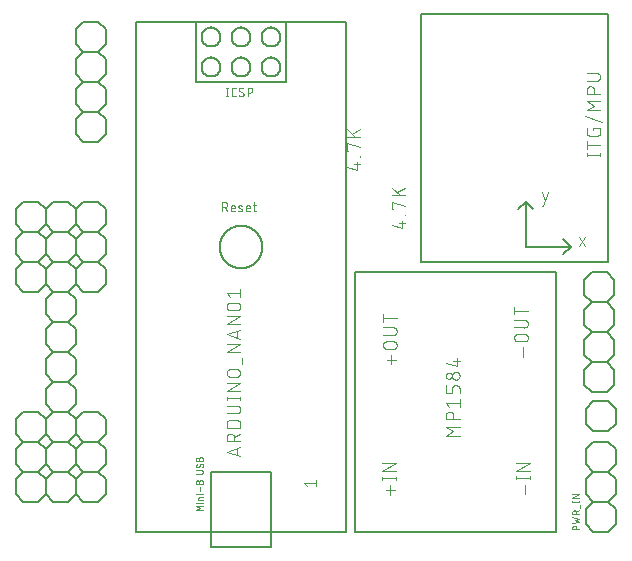
<source format=gto>
G75*
%MOIN*%
%OFA0B0*%
%FSLAX25Y25*%
%IPPOS*%
%LPD*%
%AMOC8*
5,1,8,0,0,1.08239X$1,22.5*
%
%ADD10C,0.00600*%
%ADD11C,0.00500*%
%ADD12C,0.00300*%
%ADD13C,0.00200*%
%ADD14C,0.00400*%
D10*
X0009700Y0017200D02*
X0014700Y0017200D01*
X0017200Y0019700D01*
X0019700Y0017200D01*
X0024700Y0017200D01*
X0027200Y0019700D01*
X0029700Y0017200D01*
X0034700Y0017200D01*
X0037200Y0019700D01*
X0037200Y0024700D01*
X0034700Y0027200D01*
X0029700Y0027200D01*
X0027200Y0024700D01*
X0027200Y0019700D01*
X0027200Y0024700D02*
X0024700Y0027200D01*
X0019700Y0027200D01*
X0017200Y0024700D01*
X0017200Y0019700D01*
X0017200Y0024700D02*
X0014700Y0027200D01*
X0009700Y0027200D01*
X0007200Y0024700D01*
X0007200Y0019700D01*
X0009700Y0017200D01*
X0009700Y0027200D02*
X0014700Y0027200D01*
X0017200Y0029700D01*
X0019700Y0027200D01*
X0024700Y0027200D01*
X0027200Y0029700D01*
X0029700Y0027200D01*
X0034700Y0027200D01*
X0037200Y0029700D01*
X0037200Y0034700D01*
X0034700Y0037200D01*
X0029700Y0037200D01*
X0027200Y0039700D01*
X0024700Y0037200D01*
X0019700Y0037200D01*
X0017200Y0039700D01*
X0014700Y0037200D01*
X0009700Y0037200D01*
X0007200Y0039700D01*
X0007200Y0044700D01*
X0009700Y0047200D01*
X0014700Y0047200D01*
X0017200Y0044700D01*
X0019700Y0047200D01*
X0017200Y0049700D01*
X0017200Y0054700D01*
X0019700Y0057200D01*
X0017200Y0059700D01*
X0017200Y0064700D01*
X0019700Y0067200D01*
X0024700Y0067200D01*
X0027200Y0064700D01*
X0027200Y0059700D01*
X0024700Y0057200D01*
X0027200Y0054700D01*
X0027200Y0049700D01*
X0024700Y0047200D01*
X0019700Y0047200D01*
X0024700Y0047200D01*
X0027200Y0044700D01*
X0029700Y0047200D01*
X0034700Y0047200D01*
X0037200Y0044700D01*
X0037200Y0039700D01*
X0034700Y0037200D01*
X0029700Y0037200D01*
X0027200Y0034700D01*
X0027200Y0029700D01*
X0027200Y0034700D02*
X0024700Y0037200D01*
X0019700Y0037200D01*
X0017200Y0034700D01*
X0017200Y0029700D01*
X0017200Y0034700D02*
X0014700Y0037200D01*
X0009700Y0037200D01*
X0007200Y0034700D01*
X0007200Y0029700D01*
X0009700Y0027200D01*
X0017200Y0039700D02*
X0017200Y0044700D01*
X0027200Y0044700D02*
X0027200Y0039700D01*
X0024700Y0057200D02*
X0019700Y0057200D01*
X0019700Y0067200D02*
X0017200Y0069700D01*
X0017200Y0074700D01*
X0019700Y0077200D01*
X0017200Y0079700D01*
X0017200Y0084700D01*
X0019700Y0087200D01*
X0024700Y0087200D01*
X0027200Y0084700D01*
X0027200Y0079700D01*
X0024700Y0077200D01*
X0027200Y0074700D01*
X0027200Y0069700D01*
X0024700Y0067200D01*
X0024700Y0077200D02*
X0019700Y0077200D01*
X0019700Y0087200D02*
X0017200Y0089700D01*
X0014700Y0087200D01*
X0009700Y0087200D01*
X0007200Y0089700D01*
X0007200Y0094700D01*
X0009700Y0097200D01*
X0014700Y0097200D01*
X0017200Y0094700D01*
X0019700Y0097200D01*
X0024700Y0097200D01*
X0027200Y0094700D01*
X0029700Y0097200D01*
X0034700Y0097200D01*
X0037200Y0094700D01*
X0037200Y0089700D01*
X0034700Y0087200D01*
X0029700Y0087200D01*
X0027200Y0089700D01*
X0024700Y0087200D01*
X0019700Y0087200D01*
X0017200Y0089700D02*
X0017200Y0094700D01*
X0019700Y0097200D02*
X0017200Y0099700D01*
X0014700Y0097200D01*
X0009700Y0097200D01*
X0007200Y0099700D01*
X0007200Y0104700D01*
X0009700Y0107200D01*
X0014700Y0107200D01*
X0017200Y0104700D01*
X0019700Y0107200D01*
X0024700Y0107200D01*
X0027200Y0104700D01*
X0029700Y0107200D01*
X0034700Y0107200D01*
X0037200Y0104700D01*
X0037200Y0099700D01*
X0034700Y0097200D01*
X0029700Y0097200D01*
X0027200Y0099700D01*
X0024700Y0097200D01*
X0019700Y0097200D01*
X0017200Y0099700D02*
X0017200Y0104700D01*
X0014700Y0107200D02*
X0009700Y0107200D01*
X0007200Y0109700D01*
X0007200Y0114700D01*
X0009700Y0117200D01*
X0014700Y0117200D01*
X0017200Y0114700D01*
X0019700Y0117200D01*
X0024700Y0117200D01*
X0027200Y0114700D01*
X0029700Y0117200D01*
X0034700Y0117200D01*
X0037200Y0114700D01*
X0037200Y0109700D01*
X0034700Y0107200D01*
X0029700Y0107200D01*
X0027200Y0109700D01*
X0024700Y0107200D01*
X0019700Y0107200D01*
X0017200Y0109700D01*
X0014700Y0107200D01*
X0017200Y0109700D02*
X0017200Y0114700D01*
X0027200Y0114700D02*
X0027200Y0109700D01*
X0027200Y0104700D02*
X0027200Y0099700D01*
X0027200Y0094700D02*
X0027200Y0089700D01*
X0029700Y0137200D02*
X0027200Y0139700D01*
X0027200Y0144700D01*
X0029700Y0147200D01*
X0027200Y0149700D01*
X0027200Y0154700D01*
X0029700Y0157200D01*
X0034700Y0157200D01*
X0037200Y0154700D01*
X0037200Y0149700D01*
X0034700Y0147200D01*
X0037200Y0144700D01*
X0037200Y0139700D01*
X0034700Y0137200D01*
X0029700Y0137200D01*
X0029700Y0147200D02*
X0034700Y0147200D01*
X0034700Y0157200D02*
X0037200Y0159700D01*
X0037200Y0164700D01*
X0034700Y0167200D01*
X0037200Y0169700D01*
X0037200Y0174700D01*
X0034700Y0177200D01*
X0029700Y0177200D01*
X0027200Y0174700D01*
X0027200Y0169700D01*
X0029700Y0167200D01*
X0034700Y0167200D01*
X0029700Y0167200D02*
X0027200Y0164700D01*
X0027200Y0159700D01*
X0029700Y0157200D01*
X0196700Y0091200D02*
X0196700Y0086200D01*
X0199200Y0083700D01*
X0204200Y0083700D01*
X0206700Y0086200D01*
X0206700Y0091200D01*
X0204200Y0093700D01*
X0199200Y0093700D01*
X0196700Y0091200D01*
X0199200Y0083700D02*
X0196700Y0081200D01*
X0196700Y0076200D01*
X0199200Y0073700D01*
X0204200Y0073700D01*
X0206700Y0071200D01*
X0206700Y0066200D01*
X0204200Y0063700D01*
X0206700Y0061200D01*
X0206700Y0056200D01*
X0204200Y0053700D01*
X0199200Y0053700D01*
X0196700Y0056200D01*
X0196700Y0061200D01*
X0199200Y0063700D01*
X0196700Y0066200D01*
X0196700Y0071200D01*
X0199200Y0073700D01*
X0204200Y0073700D02*
X0206700Y0076200D01*
X0206700Y0081200D01*
X0204200Y0083700D01*
X0204200Y0063700D02*
X0199200Y0063700D01*
X0199700Y0050700D02*
X0197200Y0048200D01*
X0197200Y0043200D01*
X0199700Y0040700D01*
X0204700Y0040700D01*
X0207200Y0043200D01*
X0207200Y0048200D01*
X0204700Y0050700D01*
X0199700Y0050700D01*
X0199700Y0037200D02*
X0204700Y0037200D01*
X0207200Y0034700D01*
X0207200Y0029700D01*
X0204700Y0027200D01*
X0207200Y0024700D01*
X0207200Y0019700D01*
X0204700Y0017200D01*
X0207200Y0014700D01*
X0207200Y0009700D01*
X0204700Y0007200D01*
X0199700Y0007200D01*
X0197200Y0009700D01*
X0197200Y0014700D01*
X0199700Y0017200D01*
X0197200Y0019700D01*
X0197200Y0024700D01*
X0199700Y0027200D01*
X0197200Y0029700D01*
X0197200Y0034700D01*
X0199700Y0037200D01*
X0199700Y0027200D02*
X0204700Y0027200D01*
X0204700Y0017200D02*
X0199700Y0017200D01*
D11*
X0187200Y0007200D02*
X0120271Y0007200D01*
X0120271Y0093814D01*
X0187200Y0093814D01*
X0187200Y0007200D01*
X0117200Y0007200D02*
X0072200Y0007200D01*
X0072200Y0027200D01*
X0092200Y0027200D01*
X0092200Y0002200D01*
X0072200Y0002200D01*
X0072200Y0007200D01*
X0047200Y0007200D01*
X0047200Y0177200D01*
X0067200Y0177200D01*
X0067200Y0157200D01*
X0097200Y0157200D01*
X0097200Y0177200D01*
X0117200Y0177200D01*
X0117200Y0007200D01*
X0142200Y0097200D02*
X0142200Y0179700D01*
X0204700Y0179700D01*
X0204700Y0097200D01*
X0142200Y0097200D01*
X0174700Y0114700D02*
X0177200Y0117200D01*
X0179700Y0114700D01*
X0177200Y0117200D02*
X0177200Y0102200D01*
X0192200Y0102200D01*
X0189700Y0099700D01*
X0192200Y0102200D02*
X0189700Y0104700D01*
X0097200Y0177200D02*
X0067200Y0177200D01*
X0069050Y0172200D02*
X0069052Y0172312D01*
X0069058Y0172423D01*
X0069068Y0172535D01*
X0069082Y0172646D01*
X0069099Y0172756D01*
X0069121Y0172866D01*
X0069147Y0172975D01*
X0069176Y0173083D01*
X0069209Y0173189D01*
X0069246Y0173295D01*
X0069287Y0173399D01*
X0069332Y0173502D01*
X0069380Y0173603D01*
X0069431Y0173702D01*
X0069486Y0173799D01*
X0069545Y0173894D01*
X0069606Y0173988D01*
X0069671Y0174079D01*
X0069740Y0174167D01*
X0069811Y0174253D01*
X0069885Y0174337D01*
X0069963Y0174417D01*
X0070043Y0174495D01*
X0070126Y0174571D01*
X0070211Y0174643D01*
X0070299Y0174712D01*
X0070389Y0174778D01*
X0070482Y0174840D01*
X0070577Y0174900D01*
X0070674Y0174956D01*
X0070772Y0175008D01*
X0070873Y0175057D01*
X0070975Y0175102D01*
X0071079Y0175144D01*
X0071184Y0175182D01*
X0071291Y0175216D01*
X0071398Y0175246D01*
X0071507Y0175273D01*
X0071616Y0175295D01*
X0071727Y0175314D01*
X0071837Y0175329D01*
X0071949Y0175340D01*
X0072060Y0175347D01*
X0072172Y0175350D01*
X0072284Y0175349D01*
X0072396Y0175344D01*
X0072507Y0175335D01*
X0072618Y0175322D01*
X0072729Y0175305D01*
X0072839Y0175285D01*
X0072948Y0175260D01*
X0073056Y0175232D01*
X0073163Y0175199D01*
X0073269Y0175163D01*
X0073373Y0175123D01*
X0073476Y0175080D01*
X0073578Y0175033D01*
X0073677Y0174982D01*
X0073775Y0174928D01*
X0073871Y0174870D01*
X0073965Y0174809D01*
X0074056Y0174745D01*
X0074145Y0174678D01*
X0074232Y0174607D01*
X0074316Y0174533D01*
X0074398Y0174457D01*
X0074476Y0174377D01*
X0074552Y0174295D01*
X0074625Y0174210D01*
X0074695Y0174123D01*
X0074761Y0174033D01*
X0074825Y0173941D01*
X0074885Y0173847D01*
X0074942Y0173751D01*
X0074995Y0173652D01*
X0075045Y0173552D01*
X0075091Y0173451D01*
X0075134Y0173347D01*
X0075173Y0173242D01*
X0075208Y0173136D01*
X0075239Y0173029D01*
X0075267Y0172920D01*
X0075290Y0172811D01*
X0075310Y0172701D01*
X0075326Y0172590D01*
X0075338Y0172479D01*
X0075346Y0172368D01*
X0075350Y0172256D01*
X0075350Y0172144D01*
X0075346Y0172032D01*
X0075338Y0171921D01*
X0075326Y0171810D01*
X0075310Y0171699D01*
X0075290Y0171589D01*
X0075267Y0171480D01*
X0075239Y0171371D01*
X0075208Y0171264D01*
X0075173Y0171158D01*
X0075134Y0171053D01*
X0075091Y0170949D01*
X0075045Y0170848D01*
X0074995Y0170748D01*
X0074942Y0170649D01*
X0074885Y0170553D01*
X0074825Y0170459D01*
X0074761Y0170367D01*
X0074695Y0170277D01*
X0074625Y0170190D01*
X0074552Y0170105D01*
X0074476Y0170023D01*
X0074398Y0169943D01*
X0074316Y0169867D01*
X0074232Y0169793D01*
X0074145Y0169722D01*
X0074056Y0169655D01*
X0073965Y0169591D01*
X0073871Y0169530D01*
X0073775Y0169472D01*
X0073677Y0169418D01*
X0073578Y0169367D01*
X0073476Y0169320D01*
X0073373Y0169277D01*
X0073269Y0169237D01*
X0073163Y0169201D01*
X0073056Y0169168D01*
X0072948Y0169140D01*
X0072839Y0169115D01*
X0072729Y0169095D01*
X0072618Y0169078D01*
X0072507Y0169065D01*
X0072396Y0169056D01*
X0072284Y0169051D01*
X0072172Y0169050D01*
X0072060Y0169053D01*
X0071949Y0169060D01*
X0071837Y0169071D01*
X0071727Y0169086D01*
X0071616Y0169105D01*
X0071507Y0169127D01*
X0071398Y0169154D01*
X0071291Y0169184D01*
X0071184Y0169218D01*
X0071079Y0169256D01*
X0070975Y0169298D01*
X0070873Y0169343D01*
X0070772Y0169392D01*
X0070674Y0169444D01*
X0070577Y0169500D01*
X0070482Y0169560D01*
X0070389Y0169622D01*
X0070299Y0169688D01*
X0070211Y0169757D01*
X0070126Y0169829D01*
X0070043Y0169905D01*
X0069963Y0169983D01*
X0069885Y0170063D01*
X0069811Y0170147D01*
X0069740Y0170233D01*
X0069671Y0170321D01*
X0069606Y0170412D01*
X0069545Y0170506D01*
X0069486Y0170601D01*
X0069431Y0170698D01*
X0069380Y0170797D01*
X0069332Y0170898D01*
X0069287Y0171001D01*
X0069246Y0171105D01*
X0069209Y0171211D01*
X0069176Y0171317D01*
X0069147Y0171425D01*
X0069121Y0171534D01*
X0069099Y0171644D01*
X0069082Y0171754D01*
X0069068Y0171865D01*
X0069058Y0171977D01*
X0069052Y0172088D01*
X0069050Y0172200D01*
X0069050Y0162200D02*
X0069052Y0162312D01*
X0069058Y0162423D01*
X0069068Y0162535D01*
X0069082Y0162646D01*
X0069099Y0162756D01*
X0069121Y0162866D01*
X0069147Y0162975D01*
X0069176Y0163083D01*
X0069209Y0163189D01*
X0069246Y0163295D01*
X0069287Y0163399D01*
X0069332Y0163502D01*
X0069380Y0163603D01*
X0069431Y0163702D01*
X0069486Y0163799D01*
X0069545Y0163894D01*
X0069606Y0163988D01*
X0069671Y0164079D01*
X0069740Y0164167D01*
X0069811Y0164253D01*
X0069885Y0164337D01*
X0069963Y0164417D01*
X0070043Y0164495D01*
X0070126Y0164571D01*
X0070211Y0164643D01*
X0070299Y0164712D01*
X0070389Y0164778D01*
X0070482Y0164840D01*
X0070577Y0164900D01*
X0070674Y0164956D01*
X0070772Y0165008D01*
X0070873Y0165057D01*
X0070975Y0165102D01*
X0071079Y0165144D01*
X0071184Y0165182D01*
X0071291Y0165216D01*
X0071398Y0165246D01*
X0071507Y0165273D01*
X0071616Y0165295D01*
X0071727Y0165314D01*
X0071837Y0165329D01*
X0071949Y0165340D01*
X0072060Y0165347D01*
X0072172Y0165350D01*
X0072284Y0165349D01*
X0072396Y0165344D01*
X0072507Y0165335D01*
X0072618Y0165322D01*
X0072729Y0165305D01*
X0072839Y0165285D01*
X0072948Y0165260D01*
X0073056Y0165232D01*
X0073163Y0165199D01*
X0073269Y0165163D01*
X0073373Y0165123D01*
X0073476Y0165080D01*
X0073578Y0165033D01*
X0073677Y0164982D01*
X0073775Y0164928D01*
X0073871Y0164870D01*
X0073965Y0164809D01*
X0074056Y0164745D01*
X0074145Y0164678D01*
X0074232Y0164607D01*
X0074316Y0164533D01*
X0074398Y0164457D01*
X0074476Y0164377D01*
X0074552Y0164295D01*
X0074625Y0164210D01*
X0074695Y0164123D01*
X0074761Y0164033D01*
X0074825Y0163941D01*
X0074885Y0163847D01*
X0074942Y0163751D01*
X0074995Y0163652D01*
X0075045Y0163552D01*
X0075091Y0163451D01*
X0075134Y0163347D01*
X0075173Y0163242D01*
X0075208Y0163136D01*
X0075239Y0163029D01*
X0075267Y0162920D01*
X0075290Y0162811D01*
X0075310Y0162701D01*
X0075326Y0162590D01*
X0075338Y0162479D01*
X0075346Y0162368D01*
X0075350Y0162256D01*
X0075350Y0162144D01*
X0075346Y0162032D01*
X0075338Y0161921D01*
X0075326Y0161810D01*
X0075310Y0161699D01*
X0075290Y0161589D01*
X0075267Y0161480D01*
X0075239Y0161371D01*
X0075208Y0161264D01*
X0075173Y0161158D01*
X0075134Y0161053D01*
X0075091Y0160949D01*
X0075045Y0160848D01*
X0074995Y0160748D01*
X0074942Y0160649D01*
X0074885Y0160553D01*
X0074825Y0160459D01*
X0074761Y0160367D01*
X0074695Y0160277D01*
X0074625Y0160190D01*
X0074552Y0160105D01*
X0074476Y0160023D01*
X0074398Y0159943D01*
X0074316Y0159867D01*
X0074232Y0159793D01*
X0074145Y0159722D01*
X0074056Y0159655D01*
X0073965Y0159591D01*
X0073871Y0159530D01*
X0073775Y0159472D01*
X0073677Y0159418D01*
X0073578Y0159367D01*
X0073476Y0159320D01*
X0073373Y0159277D01*
X0073269Y0159237D01*
X0073163Y0159201D01*
X0073056Y0159168D01*
X0072948Y0159140D01*
X0072839Y0159115D01*
X0072729Y0159095D01*
X0072618Y0159078D01*
X0072507Y0159065D01*
X0072396Y0159056D01*
X0072284Y0159051D01*
X0072172Y0159050D01*
X0072060Y0159053D01*
X0071949Y0159060D01*
X0071837Y0159071D01*
X0071727Y0159086D01*
X0071616Y0159105D01*
X0071507Y0159127D01*
X0071398Y0159154D01*
X0071291Y0159184D01*
X0071184Y0159218D01*
X0071079Y0159256D01*
X0070975Y0159298D01*
X0070873Y0159343D01*
X0070772Y0159392D01*
X0070674Y0159444D01*
X0070577Y0159500D01*
X0070482Y0159560D01*
X0070389Y0159622D01*
X0070299Y0159688D01*
X0070211Y0159757D01*
X0070126Y0159829D01*
X0070043Y0159905D01*
X0069963Y0159983D01*
X0069885Y0160063D01*
X0069811Y0160147D01*
X0069740Y0160233D01*
X0069671Y0160321D01*
X0069606Y0160412D01*
X0069545Y0160506D01*
X0069486Y0160601D01*
X0069431Y0160698D01*
X0069380Y0160797D01*
X0069332Y0160898D01*
X0069287Y0161001D01*
X0069246Y0161105D01*
X0069209Y0161211D01*
X0069176Y0161317D01*
X0069147Y0161425D01*
X0069121Y0161534D01*
X0069099Y0161644D01*
X0069082Y0161754D01*
X0069068Y0161865D01*
X0069058Y0161977D01*
X0069052Y0162088D01*
X0069050Y0162200D01*
X0079050Y0162200D02*
X0079052Y0162312D01*
X0079058Y0162423D01*
X0079068Y0162535D01*
X0079082Y0162646D01*
X0079099Y0162756D01*
X0079121Y0162866D01*
X0079147Y0162975D01*
X0079176Y0163083D01*
X0079209Y0163189D01*
X0079246Y0163295D01*
X0079287Y0163399D01*
X0079332Y0163502D01*
X0079380Y0163603D01*
X0079431Y0163702D01*
X0079486Y0163799D01*
X0079545Y0163894D01*
X0079606Y0163988D01*
X0079671Y0164079D01*
X0079740Y0164167D01*
X0079811Y0164253D01*
X0079885Y0164337D01*
X0079963Y0164417D01*
X0080043Y0164495D01*
X0080126Y0164571D01*
X0080211Y0164643D01*
X0080299Y0164712D01*
X0080389Y0164778D01*
X0080482Y0164840D01*
X0080577Y0164900D01*
X0080674Y0164956D01*
X0080772Y0165008D01*
X0080873Y0165057D01*
X0080975Y0165102D01*
X0081079Y0165144D01*
X0081184Y0165182D01*
X0081291Y0165216D01*
X0081398Y0165246D01*
X0081507Y0165273D01*
X0081616Y0165295D01*
X0081727Y0165314D01*
X0081837Y0165329D01*
X0081949Y0165340D01*
X0082060Y0165347D01*
X0082172Y0165350D01*
X0082284Y0165349D01*
X0082396Y0165344D01*
X0082507Y0165335D01*
X0082618Y0165322D01*
X0082729Y0165305D01*
X0082839Y0165285D01*
X0082948Y0165260D01*
X0083056Y0165232D01*
X0083163Y0165199D01*
X0083269Y0165163D01*
X0083373Y0165123D01*
X0083476Y0165080D01*
X0083578Y0165033D01*
X0083677Y0164982D01*
X0083775Y0164928D01*
X0083871Y0164870D01*
X0083965Y0164809D01*
X0084056Y0164745D01*
X0084145Y0164678D01*
X0084232Y0164607D01*
X0084316Y0164533D01*
X0084398Y0164457D01*
X0084476Y0164377D01*
X0084552Y0164295D01*
X0084625Y0164210D01*
X0084695Y0164123D01*
X0084761Y0164033D01*
X0084825Y0163941D01*
X0084885Y0163847D01*
X0084942Y0163751D01*
X0084995Y0163652D01*
X0085045Y0163552D01*
X0085091Y0163451D01*
X0085134Y0163347D01*
X0085173Y0163242D01*
X0085208Y0163136D01*
X0085239Y0163029D01*
X0085267Y0162920D01*
X0085290Y0162811D01*
X0085310Y0162701D01*
X0085326Y0162590D01*
X0085338Y0162479D01*
X0085346Y0162368D01*
X0085350Y0162256D01*
X0085350Y0162144D01*
X0085346Y0162032D01*
X0085338Y0161921D01*
X0085326Y0161810D01*
X0085310Y0161699D01*
X0085290Y0161589D01*
X0085267Y0161480D01*
X0085239Y0161371D01*
X0085208Y0161264D01*
X0085173Y0161158D01*
X0085134Y0161053D01*
X0085091Y0160949D01*
X0085045Y0160848D01*
X0084995Y0160748D01*
X0084942Y0160649D01*
X0084885Y0160553D01*
X0084825Y0160459D01*
X0084761Y0160367D01*
X0084695Y0160277D01*
X0084625Y0160190D01*
X0084552Y0160105D01*
X0084476Y0160023D01*
X0084398Y0159943D01*
X0084316Y0159867D01*
X0084232Y0159793D01*
X0084145Y0159722D01*
X0084056Y0159655D01*
X0083965Y0159591D01*
X0083871Y0159530D01*
X0083775Y0159472D01*
X0083677Y0159418D01*
X0083578Y0159367D01*
X0083476Y0159320D01*
X0083373Y0159277D01*
X0083269Y0159237D01*
X0083163Y0159201D01*
X0083056Y0159168D01*
X0082948Y0159140D01*
X0082839Y0159115D01*
X0082729Y0159095D01*
X0082618Y0159078D01*
X0082507Y0159065D01*
X0082396Y0159056D01*
X0082284Y0159051D01*
X0082172Y0159050D01*
X0082060Y0159053D01*
X0081949Y0159060D01*
X0081837Y0159071D01*
X0081727Y0159086D01*
X0081616Y0159105D01*
X0081507Y0159127D01*
X0081398Y0159154D01*
X0081291Y0159184D01*
X0081184Y0159218D01*
X0081079Y0159256D01*
X0080975Y0159298D01*
X0080873Y0159343D01*
X0080772Y0159392D01*
X0080674Y0159444D01*
X0080577Y0159500D01*
X0080482Y0159560D01*
X0080389Y0159622D01*
X0080299Y0159688D01*
X0080211Y0159757D01*
X0080126Y0159829D01*
X0080043Y0159905D01*
X0079963Y0159983D01*
X0079885Y0160063D01*
X0079811Y0160147D01*
X0079740Y0160233D01*
X0079671Y0160321D01*
X0079606Y0160412D01*
X0079545Y0160506D01*
X0079486Y0160601D01*
X0079431Y0160698D01*
X0079380Y0160797D01*
X0079332Y0160898D01*
X0079287Y0161001D01*
X0079246Y0161105D01*
X0079209Y0161211D01*
X0079176Y0161317D01*
X0079147Y0161425D01*
X0079121Y0161534D01*
X0079099Y0161644D01*
X0079082Y0161754D01*
X0079068Y0161865D01*
X0079058Y0161977D01*
X0079052Y0162088D01*
X0079050Y0162200D01*
X0079050Y0172200D02*
X0079052Y0172312D01*
X0079058Y0172423D01*
X0079068Y0172535D01*
X0079082Y0172646D01*
X0079099Y0172756D01*
X0079121Y0172866D01*
X0079147Y0172975D01*
X0079176Y0173083D01*
X0079209Y0173189D01*
X0079246Y0173295D01*
X0079287Y0173399D01*
X0079332Y0173502D01*
X0079380Y0173603D01*
X0079431Y0173702D01*
X0079486Y0173799D01*
X0079545Y0173894D01*
X0079606Y0173988D01*
X0079671Y0174079D01*
X0079740Y0174167D01*
X0079811Y0174253D01*
X0079885Y0174337D01*
X0079963Y0174417D01*
X0080043Y0174495D01*
X0080126Y0174571D01*
X0080211Y0174643D01*
X0080299Y0174712D01*
X0080389Y0174778D01*
X0080482Y0174840D01*
X0080577Y0174900D01*
X0080674Y0174956D01*
X0080772Y0175008D01*
X0080873Y0175057D01*
X0080975Y0175102D01*
X0081079Y0175144D01*
X0081184Y0175182D01*
X0081291Y0175216D01*
X0081398Y0175246D01*
X0081507Y0175273D01*
X0081616Y0175295D01*
X0081727Y0175314D01*
X0081837Y0175329D01*
X0081949Y0175340D01*
X0082060Y0175347D01*
X0082172Y0175350D01*
X0082284Y0175349D01*
X0082396Y0175344D01*
X0082507Y0175335D01*
X0082618Y0175322D01*
X0082729Y0175305D01*
X0082839Y0175285D01*
X0082948Y0175260D01*
X0083056Y0175232D01*
X0083163Y0175199D01*
X0083269Y0175163D01*
X0083373Y0175123D01*
X0083476Y0175080D01*
X0083578Y0175033D01*
X0083677Y0174982D01*
X0083775Y0174928D01*
X0083871Y0174870D01*
X0083965Y0174809D01*
X0084056Y0174745D01*
X0084145Y0174678D01*
X0084232Y0174607D01*
X0084316Y0174533D01*
X0084398Y0174457D01*
X0084476Y0174377D01*
X0084552Y0174295D01*
X0084625Y0174210D01*
X0084695Y0174123D01*
X0084761Y0174033D01*
X0084825Y0173941D01*
X0084885Y0173847D01*
X0084942Y0173751D01*
X0084995Y0173652D01*
X0085045Y0173552D01*
X0085091Y0173451D01*
X0085134Y0173347D01*
X0085173Y0173242D01*
X0085208Y0173136D01*
X0085239Y0173029D01*
X0085267Y0172920D01*
X0085290Y0172811D01*
X0085310Y0172701D01*
X0085326Y0172590D01*
X0085338Y0172479D01*
X0085346Y0172368D01*
X0085350Y0172256D01*
X0085350Y0172144D01*
X0085346Y0172032D01*
X0085338Y0171921D01*
X0085326Y0171810D01*
X0085310Y0171699D01*
X0085290Y0171589D01*
X0085267Y0171480D01*
X0085239Y0171371D01*
X0085208Y0171264D01*
X0085173Y0171158D01*
X0085134Y0171053D01*
X0085091Y0170949D01*
X0085045Y0170848D01*
X0084995Y0170748D01*
X0084942Y0170649D01*
X0084885Y0170553D01*
X0084825Y0170459D01*
X0084761Y0170367D01*
X0084695Y0170277D01*
X0084625Y0170190D01*
X0084552Y0170105D01*
X0084476Y0170023D01*
X0084398Y0169943D01*
X0084316Y0169867D01*
X0084232Y0169793D01*
X0084145Y0169722D01*
X0084056Y0169655D01*
X0083965Y0169591D01*
X0083871Y0169530D01*
X0083775Y0169472D01*
X0083677Y0169418D01*
X0083578Y0169367D01*
X0083476Y0169320D01*
X0083373Y0169277D01*
X0083269Y0169237D01*
X0083163Y0169201D01*
X0083056Y0169168D01*
X0082948Y0169140D01*
X0082839Y0169115D01*
X0082729Y0169095D01*
X0082618Y0169078D01*
X0082507Y0169065D01*
X0082396Y0169056D01*
X0082284Y0169051D01*
X0082172Y0169050D01*
X0082060Y0169053D01*
X0081949Y0169060D01*
X0081837Y0169071D01*
X0081727Y0169086D01*
X0081616Y0169105D01*
X0081507Y0169127D01*
X0081398Y0169154D01*
X0081291Y0169184D01*
X0081184Y0169218D01*
X0081079Y0169256D01*
X0080975Y0169298D01*
X0080873Y0169343D01*
X0080772Y0169392D01*
X0080674Y0169444D01*
X0080577Y0169500D01*
X0080482Y0169560D01*
X0080389Y0169622D01*
X0080299Y0169688D01*
X0080211Y0169757D01*
X0080126Y0169829D01*
X0080043Y0169905D01*
X0079963Y0169983D01*
X0079885Y0170063D01*
X0079811Y0170147D01*
X0079740Y0170233D01*
X0079671Y0170321D01*
X0079606Y0170412D01*
X0079545Y0170506D01*
X0079486Y0170601D01*
X0079431Y0170698D01*
X0079380Y0170797D01*
X0079332Y0170898D01*
X0079287Y0171001D01*
X0079246Y0171105D01*
X0079209Y0171211D01*
X0079176Y0171317D01*
X0079147Y0171425D01*
X0079121Y0171534D01*
X0079099Y0171644D01*
X0079082Y0171754D01*
X0079068Y0171865D01*
X0079058Y0171977D01*
X0079052Y0172088D01*
X0079050Y0172200D01*
X0079052Y0172312D01*
X0079058Y0172423D01*
X0079068Y0172535D01*
X0079082Y0172646D01*
X0079099Y0172756D01*
X0079121Y0172866D01*
X0079147Y0172975D01*
X0079176Y0173083D01*
X0079209Y0173189D01*
X0079246Y0173295D01*
X0079287Y0173399D01*
X0079332Y0173502D01*
X0079380Y0173603D01*
X0079431Y0173702D01*
X0079486Y0173799D01*
X0079545Y0173894D01*
X0079606Y0173988D01*
X0079671Y0174079D01*
X0079740Y0174167D01*
X0079811Y0174253D01*
X0079885Y0174337D01*
X0079963Y0174417D01*
X0080043Y0174495D01*
X0080126Y0174571D01*
X0080211Y0174643D01*
X0080299Y0174712D01*
X0080389Y0174778D01*
X0080482Y0174840D01*
X0080577Y0174900D01*
X0080674Y0174956D01*
X0080772Y0175008D01*
X0080873Y0175057D01*
X0080975Y0175102D01*
X0081079Y0175144D01*
X0081184Y0175182D01*
X0081291Y0175216D01*
X0081398Y0175246D01*
X0081507Y0175273D01*
X0081616Y0175295D01*
X0081727Y0175314D01*
X0081837Y0175329D01*
X0081949Y0175340D01*
X0082060Y0175347D01*
X0082172Y0175350D01*
X0082284Y0175349D01*
X0082396Y0175344D01*
X0082507Y0175335D01*
X0082618Y0175322D01*
X0082729Y0175305D01*
X0082839Y0175285D01*
X0082948Y0175260D01*
X0083056Y0175232D01*
X0083163Y0175199D01*
X0083269Y0175163D01*
X0083373Y0175123D01*
X0083476Y0175080D01*
X0083578Y0175033D01*
X0083677Y0174982D01*
X0083775Y0174928D01*
X0083871Y0174870D01*
X0083965Y0174809D01*
X0084056Y0174745D01*
X0084145Y0174678D01*
X0084232Y0174607D01*
X0084316Y0174533D01*
X0084398Y0174457D01*
X0084476Y0174377D01*
X0084552Y0174295D01*
X0084625Y0174210D01*
X0084695Y0174123D01*
X0084761Y0174033D01*
X0084825Y0173941D01*
X0084885Y0173847D01*
X0084942Y0173751D01*
X0084995Y0173652D01*
X0085045Y0173552D01*
X0085091Y0173451D01*
X0085134Y0173347D01*
X0085173Y0173242D01*
X0085208Y0173136D01*
X0085239Y0173029D01*
X0085267Y0172920D01*
X0085290Y0172811D01*
X0085310Y0172701D01*
X0085326Y0172590D01*
X0085338Y0172479D01*
X0085346Y0172368D01*
X0085350Y0172256D01*
X0085350Y0172144D01*
X0085346Y0172032D01*
X0085338Y0171921D01*
X0085326Y0171810D01*
X0085310Y0171699D01*
X0085290Y0171589D01*
X0085267Y0171480D01*
X0085239Y0171371D01*
X0085208Y0171264D01*
X0085173Y0171158D01*
X0085134Y0171053D01*
X0085091Y0170949D01*
X0085045Y0170848D01*
X0084995Y0170748D01*
X0084942Y0170649D01*
X0084885Y0170553D01*
X0084825Y0170459D01*
X0084761Y0170367D01*
X0084695Y0170277D01*
X0084625Y0170190D01*
X0084552Y0170105D01*
X0084476Y0170023D01*
X0084398Y0169943D01*
X0084316Y0169867D01*
X0084232Y0169793D01*
X0084145Y0169722D01*
X0084056Y0169655D01*
X0083965Y0169591D01*
X0083871Y0169530D01*
X0083775Y0169472D01*
X0083677Y0169418D01*
X0083578Y0169367D01*
X0083476Y0169320D01*
X0083373Y0169277D01*
X0083269Y0169237D01*
X0083163Y0169201D01*
X0083056Y0169168D01*
X0082948Y0169140D01*
X0082839Y0169115D01*
X0082729Y0169095D01*
X0082618Y0169078D01*
X0082507Y0169065D01*
X0082396Y0169056D01*
X0082284Y0169051D01*
X0082172Y0169050D01*
X0082060Y0169053D01*
X0081949Y0169060D01*
X0081837Y0169071D01*
X0081727Y0169086D01*
X0081616Y0169105D01*
X0081507Y0169127D01*
X0081398Y0169154D01*
X0081291Y0169184D01*
X0081184Y0169218D01*
X0081079Y0169256D01*
X0080975Y0169298D01*
X0080873Y0169343D01*
X0080772Y0169392D01*
X0080674Y0169444D01*
X0080577Y0169500D01*
X0080482Y0169560D01*
X0080389Y0169622D01*
X0080299Y0169688D01*
X0080211Y0169757D01*
X0080126Y0169829D01*
X0080043Y0169905D01*
X0079963Y0169983D01*
X0079885Y0170063D01*
X0079811Y0170147D01*
X0079740Y0170233D01*
X0079671Y0170321D01*
X0079606Y0170412D01*
X0079545Y0170506D01*
X0079486Y0170601D01*
X0079431Y0170698D01*
X0079380Y0170797D01*
X0079332Y0170898D01*
X0079287Y0171001D01*
X0079246Y0171105D01*
X0079209Y0171211D01*
X0079176Y0171317D01*
X0079147Y0171425D01*
X0079121Y0171534D01*
X0079099Y0171644D01*
X0079082Y0171754D01*
X0079068Y0171865D01*
X0079058Y0171977D01*
X0079052Y0172088D01*
X0079050Y0172200D01*
X0089050Y0172200D02*
X0089052Y0172312D01*
X0089058Y0172423D01*
X0089068Y0172535D01*
X0089082Y0172646D01*
X0089099Y0172756D01*
X0089121Y0172866D01*
X0089147Y0172975D01*
X0089176Y0173083D01*
X0089209Y0173189D01*
X0089246Y0173295D01*
X0089287Y0173399D01*
X0089332Y0173502D01*
X0089380Y0173603D01*
X0089431Y0173702D01*
X0089486Y0173799D01*
X0089545Y0173894D01*
X0089606Y0173988D01*
X0089671Y0174079D01*
X0089740Y0174167D01*
X0089811Y0174253D01*
X0089885Y0174337D01*
X0089963Y0174417D01*
X0090043Y0174495D01*
X0090126Y0174571D01*
X0090211Y0174643D01*
X0090299Y0174712D01*
X0090389Y0174778D01*
X0090482Y0174840D01*
X0090577Y0174900D01*
X0090674Y0174956D01*
X0090772Y0175008D01*
X0090873Y0175057D01*
X0090975Y0175102D01*
X0091079Y0175144D01*
X0091184Y0175182D01*
X0091291Y0175216D01*
X0091398Y0175246D01*
X0091507Y0175273D01*
X0091616Y0175295D01*
X0091727Y0175314D01*
X0091837Y0175329D01*
X0091949Y0175340D01*
X0092060Y0175347D01*
X0092172Y0175350D01*
X0092284Y0175349D01*
X0092396Y0175344D01*
X0092507Y0175335D01*
X0092618Y0175322D01*
X0092729Y0175305D01*
X0092839Y0175285D01*
X0092948Y0175260D01*
X0093056Y0175232D01*
X0093163Y0175199D01*
X0093269Y0175163D01*
X0093373Y0175123D01*
X0093476Y0175080D01*
X0093578Y0175033D01*
X0093677Y0174982D01*
X0093775Y0174928D01*
X0093871Y0174870D01*
X0093965Y0174809D01*
X0094056Y0174745D01*
X0094145Y0174678D01*
X0094232Y0174607D01*
X0094316Y0174533D01*
X0094398Y0174457D01*
X0094476Y0174377D01*
X0094552Y0174295D01*
X0094625Y0174210D01*
X0094695Y0174123D01*
X0094761Y0174033D01*
X0094825Y0173941D01*
X0094885Y0173847D01*
X0094942Y0173751D01*
X0094995Y0173652D01*
X0095045Y0173552D01*
X0095091Y0173451D01*
X0095134Y0173347D01*
X0095173Y0173242D01*
X0095208Y0173136D01*
X0095239Y0173029D01*
X0095267Y0172920D01*
X0095290Y0172811D01*
X0095310Y0172701D01*
X0095326Y0172590D01*
X0095338Y0172479D01*
X0095346Y0172368D01*
X0095350Y0172256D01*
X0095350Y0172144D01*
X0095346Y0172032D01*
X0095338Y0171921D01*
X0095326Y0171810D01*
X0095310Y0171699D01*
X0095290Y0171589D01*
X0095267Y0171480D01*
X0095239Y0171371D01*
X0095208Y0171264D01*
X0095173Y0171158D01*
X0095134Y0171053D01*
X0095091Y0170949D01*
X0095045Y0170848D01*
X0094995Y0170748D01*
X0094942Y0170649D01*
X0094885Y0170553D01*
X0094825Y0170459D01*
X0094761Y0170367D01*
X0094695Y0170277D01*
X0094625Y0170190D01*
X0094552Y0170105D01*
X0094476Y0170023D01*
X0094398Y0169943D01*
X0094316Y0169867D01*
X0094232Y0169793D01*
X0094145Y0169722D01*
X0094056Y0169655D01*
X0093965Y0169591D01*
X0093871Y0169530D01*
X0093775Y0169472D01*
X0093677Y0169418D01*
X0093578Y0169367D01*
X0093476Y0169320D01*
X0093373Y0169277D01*
X0093269Y0169237D01*
X0093163Y0169201D01*
X0093056Y0169168D01*
X0092948Y0169140D01*
X0092839Y0169115D01*
X0092729Y0169095D01*
X0092618Y0169078D01*
X0092507Y0169065D01*
X0092396Y0169056D01*
X0092284Y0169051D01*
X0092172Y0169050D01*
X0092060Y0169053D01*
X0091949Y0169060D01*
X0091837Y0169071D01*
X0091727Y0169086D01*
X0091616Y0169105D01*
X0091507Y0169127D01*
X0091398Y0169154D01*
X0091291Y0169184D01*
X0091184Y0169218D01*
X0091079Y0169256D01*
X0090975Y0169298D01*
X0090873Y0169343D01*
X0090772Y0169392D01*
X0090674Y0169444D01*
X0090577Y0169500D01*
X0090482Y0169560D01*
X0090389Y0169622D01*
X0090299Y0169688D01*
X0090211Y0169757D01*
X0090126Y0169829D01*
X0090043Y0169905D01*
X0089963Y0169983D01*
X0089885Y0170063D01*
X0089811Y0170147D01*
X0089740Y0170233D01*
X0089671Y0170321D01*
X0089606Y0170412D01*
X0089545Y0170506D01*
X0089486Y0170601D01*
X0089431Y0170698D01*
X0089380Y0170797D01*
X0089332Y0170898D01*
X0089287Y0171001D01*
X0089246Y0171105D01*
X0089209Y0171211D01*
X0089176Y0171317D01*
X0089147Y0171425D01*
X0089121Y0171534D01*
X0089099Y0171644D01*
X0089082Y0171754D01*
X0089068Y0171865D01*
X0089058Y0171977D01*
X0089052Y0172088D01*
X0089050Y0172200D01*
X0089050Y0162200D02*
X0089052Y0162312D01*
X0089058Y0162423D01*
X0089068Y0162535D01*
X0089082Y0162646D01*
X0089099Y0162756D01*
X0089121Y0162866D01*
X0089147Y0162975D01*
X0089176Y0163083D01*
X0089209Y0163189D01*
X0089246Y0163295D01*
X0089287Y0163399D01*
X0089332Y0163502D01*
X0089380Y0163603D01*
X0089431Y0163702D01*
X0089486Y0163799D01*
X0089545Y0163894D01*
X0089606Y0163988D01*
X0089671Y0164079D01*
X0089740Y0164167D01*
X0089811Y0164253D01*
X0089885Y0164337D01*
X0089963Y0164417D01*
X0090043Y0164495D01*
X0090126Y0164571D01*
X0090211Y0164643D01*
X0090299Y0164712D01*
X0090389Y0164778D01*
X0090482Y0164840D01*
X0090577Y0164900D01*
X0090674Y0164956D01*
X0090772Y0165008D01*
X0090873Y0165057D01*
X0090975Y0165102D01*
X0091079Y0165144D01*
X0091184Y0165182D01*
X0091291Y0165216D01*
X0091398Y0165246D01*
X0091507Y0165273D01*
X0091616Y0165295D01*
X0091727Y0165314D01*
X0091837Y0165329D01*
X0091949Y0165340D01*
X0092060Y0165347D01*
X0092172Y0165350D01*
X0092284Y0165349D01*
X0092396Y0165344D01*
X0092507Y0165335D01*
X0092618Y0165322D01*
X0092729Y0165305D01*
X0092839Y0165285D01*
X0092948Y0165260D01*
X0093056Y0165232D01*
X0093163Y0165199D01*
X0093269Y0165163D01*
X0093373Y0165123D01*
X0093476Y0165080D01*
X0093578Y0165033D01*
X0093677Y0164982D01*
X0093775Y0164928D01*
X0093871Y0164870D01*
X0093965Y0164809D01*
X0094056Y0164745D01*
X0094145Y0164678D01*
X0094232Y0164607D01*
X0094316Y0164533D01*
X0094398Y0164457D01*
X0094476Y0164377D01*
X0094552Y0164295D01*
X0094625Y0164210D01*
X0094695Y0164123D01*
X0094761Y0164033D01*
X0094825Y0163941D01*
X0094885Y0163847D01*
X0094942Y0163751D01*
X0094995Y0163652D01*
X0095045Y0163552D01*
X0095091Y0163451D01*
X0095134Y0163347D01*
X0095173Y0163242D01*
X0095208Y0163136D01*
X0095239Y0163029D01*
X0095267Y0162920D01*
X0095290Y0162811D01*
X0095310Y0162701D01*
X0095326Y0162590D01*
X0095338Y0162479D01*
X0095346Y0162368D01*
X0095350Y0162256D01*
X0095350Y0162144D01*
X0095346Y0162032D01*
X0095338Y0161921D01*
X0095326Y0161810D01*
X0095310Y0161699D01*
X0095290Y0161589D01*
X0095267Y0161480D01*
X0095239Y0161371D01*
X0095208Y0161264D01*
X0095173Y0161158D01*
X0095134Y0161053D01*
X0095091Y0160949D01*
X0095045Y0160848D01*
X0094995Y0160748D01*
X0094942Y0160649D01*
X0094885Y0160553D01*
X0094825Y0160459D01*
X0094761Y0160367D01*
X0094695Y0160277D01*
X0094625Y0160190D01*
X0094552Y0160105D01*
X0094476Y0160023D01*
X0094398Y0159943D01*
X0094316Y0159867D01*
X0094232Y0159793D01*
X0094145Y0159722D01*
X0094056Y0159655D01*
X0093965Y0159591D01*
X0093871Y0159530D01*
X0093775Y0159472D01*
X0093677Y0159418D01*
X0093578Y0159367D01*
X0093476Y0159320D01*
X0093373Y0159277D01*
X0093269Y0159237D01*
X0093163Y0159201D01*
X0093056Y0159168D01*
X0092948Y0159140D01*
X0092839Y0159115D01*
X0092729Y0159095D01*
X0092618Y0159078D01*
X0092507Y0159065D01*
X0092396Y0159056D01*
X0092284Y0159051D01*
X0092172Y0159050D01*
X0092060Y0159053D01*
X0091949Y0159060D01*
X0091837Y0159071D01*
X0091727Y0159086D01*
X0091616Y0159105D01*
X0091507Y0159127D01*
X0091398Y0159154D01*
X0091291Y0159184D01*
X0091184Y0159218D01*
X0091079Y0159256D01*
X0090975Y0159298D01*
X0090873Y0159343D01*
X0090772Y0159392D01*
X0090674Y0159444D01*
X0090577Y0159500D01*
X0090482Y0159560D01*
X0090389Y0159622D01*
X0090299Y0159688D01*
X0090211Y0159757D01*
X0090126Y0159829D01*
X0090043Y0159905D01*
X0089963Y0159983D01*
X0089885Y0160063D01*
X0089811Y0160147D01*
X0089740Y0160233D01*
X0089671Y0160321D01*
X0089606Y0160412D01*
X0089545Y0160506D01*
X0089486Y0160601D01*
X0089431Y0160698D01*
X0089380Y0160797D01*
X0089332Y0160898D01*
X0089287Y0161001D01*
X0089246Y0161105D01*
X0089209Y0161211D01*
X0089176Y0161317D01*
X0089147Y0161425D01*
X0089121Y0161534D01*
X0089099Y0161644D01*
X0089082Y0161754D01*
X0089068Y0161865D01*
X0089058Y0161977D01*
X0089052Y0162088D01*
X0089050Y0162200D01*
X0075129Y0102200D02*
X0075131Y0102374D01*
X0075138Y0102547D01*
X0075148Y0102720D01*
X0075163Y0102893D01*
X0075182Y0103066D01*
X0075206Y0103238D01*
X0075233Y0103409D01*
X0075265Y0103579D01*
X0075301Y0103749D01*
X0075341Y0103918D01*
X0075385Y0104086D01*
X0075433Y0104253D01*
X0075486Y0104418D01*
X0075542Y0104582D01*
X0075603Y0104745D01*
X0075667Y0104906D01*
X0075736Y0105065D01*
X0075808Y0105223D01*
X0075884Y0105379D01*
X0075964Y0105533D01*
X0076048Y0105685D01*
X0076135Y0105835D01*
X0076226Y0105983D01*
X0076321Y0106128D01*
X0076419Y0106272D01*
X0076521Y0106412D01*
X0076626Y0106550D01*
X0076734Y0106686D01*
X0076846Y0106819D01*
X0076961Y0106949D01*
X0077079Y0107076D01*
X0077200Y0107200D01*
X0077324Y0107321D01*
X0077451Y0107439D01*
X0077581Y0107554D01*
X0077714Y0107666D01*
X0077850Y0107774D01*
X0077988Y0107879D01*
X0078128Y0107981D01*
X0078272Y0108079D01*
X0078417Y0108174D01*
X0078565Y0108265D01*
X0078715Y0108352D01*
X0078867Y0108436D01*
X0079021Y0108516D01*
X0079177Y0108592D01*
X0079335Y0108664D01*
X0079494Y0108733D01*
X0079655Y0108797D01*
X0079818Y0108858D01*
X0079982Y0108914D01*
X0080147Y0108967D01*
X0080314Y0109015D01*
X0080482Y0109059D01*
X0080651Y0109099D01*
X0080821Y0109135D01*
X0080991Y0109167D01*
X0081162Y0109194D01*
X0081334Y0109218D01*
X0081507Y0109237D01*
X0081680Y0109252D01*
X0081853Y0109262D01*
X0082026Y0109269D01*
X0082200Y0109271D01*
X0082374Y0109269D01*
X0082547Y0109262D01*
X0082720Y0109252D01*
X0082893Y0109237D01*
X0083066Y0109218D01*
X0083238Y0109194D01*
X0083409Y0109167D01*
X0083579Y0109135D01*
X0083749Y0109099D01*
X0083918Y0109059D01*
X0084086Y0109015D01*
X0084253Y0108967D01*
X0084418Y0108914D01*
X0084582Y0108858D01*
X0084745Y0108797D01*
X0084906Y0108733D01*
X0085065Y0108664D01*
X0085223Y0108592D01*
X0085379Y0108516D01*
X0085533Y0108436D01*
X0085685Y0108352D01*
X0085835Y0108265D01*
X0085983Y0108174D01*
X0086128Y0108079D01*
X0086272Y0107981D01*
X0086412Y0107879D01*
X0086550Y0107774D01*
X0086686Y0107666D01*
X0086819Y0107554D01*
X0086949Y0107439D01*
X0087076Y0107321D01*
X0087200Y0107200D01*
X0087321Y0107076D01*
X0087439Y0106949D01*
X0087554Y0106819D01*
X0087666Y0106686D01*
X0087774Y0106550D01*
X0087879Y0106412D01*
X0087981Y0106272D01*
X0088079Y0106128D01*
X0088174Y0105983D01*
X0088265Y0105835D01*
X0088352Y0105685D01*
X0088436Y0105533D01*
X0088516Y0105379D01*
X0088592Y0105223D01*
X0088664Y0105065D01*
X0088733Y0104906D01*
X0088797Y0104745D01*
X0088858Y0104582D01*
X0088914Y0104418D01*
X0088967Y0104253D01*
X0089015Y0104086D01*
X0089059Y0103918D01*
X0089099Y0103749D01*
X0089135Y0103579D01*
X0089167Y0103409D01*
X0089194Y0103238D01*
X0089218Y0103066D01*
X0089237Y0102893D01*
X0089252Y0102720D01*
X0089262Y0102547D01*
X0089269Y0102374D01*
X0089271Y0102200D01*
X0089269Y0102026D01*
X0089262Y0101853D01*
X0089252Y0101680D01*
X0089237Y0101507D01*
X0089218Y0101334D01*
X0089194Y0101162D01*
X0089167Y0100991D01*
X0089135Y0100821D01*
X0089099Y0100651D01*
X0089059Y0100482D01*
X0089015Y0100314D01*
X0088967Y0100147D01*
X0088914Y0099982D01*
X0088858Y0099818D01*
X0088797Y0099655D01*
X0088733Y0099494D01*
X0088664Y0099335D01*
X0088592Y0099177D01*
X0088516Y0099021D01*
X0088436Y0098867D01*
X0088352Y0098715D01*
X0088265Y0098565D01*
X0088174Y0098417D01*
X0088079Y0098272D01*
X0087981Y0098128D01*
X0087879Y0097988D01*
X0087774Y0097850D01*
X0087666Y0097714D01*
X0087554Y0097581D01*
X0087439Y0097451D01*
X0087321Y0097324D01*
X0087200Y0097200D01*
X0087076Y0097079D01*
X0086949Y0096961D01*
X0086819Y0096846D01*
X0086686Y0096734D01*
X0086550Y0096626D01*
X0086412Y0096521D01*
X0086272Y0096419D01*
X0086128Y0096321D01*
X0085983Y0096226D01*
X0085835Y0096135D01*
X0085685Y0096048D01*
X0085533Y0095964D01*
X0085379Y0095884D01*
X0085223Y0095808D01*
X0085065Y0095736D01*
X0084906Y0095667D01*
X0084745Y0095603D01*
X0084582Y0095542D01*
X0084418Y0095486D01*
X0084253Y0095433D01*
X0084086Y0095385D01*
X0083918Y0095341D01*
X0083749Y0095301D01*
X0083579Y0095265D01*
X0083409Y0095233D01*
X0083238Y0095206D01*
X0083066Y0095182D01*
X0082893Y0095163D01*
X0082720Y0095148D01*
X0082547Y0095138D01*
X0082374Y0095131D01*
X0082200Y0095129D01*
X0082026Y0095131D01*
X0081853Y0095138D01*
X0081680Y0095148D01*
X0081507Y0095163D01*
X0081334Y0095182D01*
X0081162Y0095206D01*
X0080991Y0095233D01*
X0080821Y0095265D01*
X0080651Y0095301D01*
X0080482Y0095341D01*
X0080314Y0095385D01*
X0080147Y0095433D01*
X0079982Y0095486D01*
X0079818Y0095542D01*
X0079655Y0095603D01*
X0079494Y0095667D01*
X0079335Y0095736D01*
X0079177Y0095808D01*
X0079021Y0095884D01*
X0078867Y0095964D01*
X0078715Y0096048D01*
X0078565Y0096135D01*
X0078417Y0096226D01*
X0078272Y0096321D01*
X0078128Y0096419D01*
X0077988Y0096521D01*
X0077850Y0096626D01*
X0077714Y0096734D01*
X0077581Y0096846D01*
X0077451Y0096961D01*
X0077324Y0097079D01*
X0077200Y0097200D01*
X0077079Y0097324D01*
X0076961Y0097451D01*
X0076846Y0097581D01*
X0076734Y0097714D01*
X0076626Y0097850D01*
X0076521Y0097988D01*
X0076419Y0098128D01*
X0076321Y0098272D01*
X0076226Y0098417D01*
X0076135Y0098565D01*
X0076048Y0098715D01*
X0075964Y0098867D01*
X0075884Y0099021D01*
X0075808Y0099177D01*
X0075736Y0099335D01*
X0075667Y0099494D01*
X0075603Y0099655D01*
X0075542Y0099818D01*
X0075486Y0099982D01*
X0075433Y0100147D01*
X0075385Y0100314D01*
X0075341Y0100482D01*
X0075301Y0100651D01*
X0075265Y0100821D01*
X0075233Y0100991D01*
X0075206Y0101162D01*
X0075182Y0101334D01*
X0075163Y0101507D01*
X0075148Y0101680D01*
X0075138Y0101853D01*
X0075131Y0102026D01*
X0075129Y0102200D01*
D12*
X0076015Y0114150D02*
X0076015Y0117050D01*
X0076820Y0117050D01*
X0076875Y0117048D01*
X0076930Y0117042D01*
X0076984Y0117033D01*
X0077037Y0117020D01*
X0077090Y0117003D01*
X0077141Y0116983D01*
X0077191Y0116960D01*
X0077239Y0116933D01*
X0077285Y0116902D01*
X0077329Y0116869D01*
X0077370Y0116833D01*
X0077409Y0116794D01*
X0077445Y0116753D01*
X0077478Y0116709D01*
X0077509Y0116663D01*
X0077536Y0116615D01*
X0077559Y0116565D01*
X0077579Y0116514D01*
X0077596Y0116461D01*
X0077609Y0116408D01*
X0077618Y0116354D01*
X0077624Y0116299D01*
X0077626Y0116244D01*
X0077624Y0116189D01*
X0077618Y0116134D01*
X0077609Y0116080D01*
X0077596Y0116027D01*
X0077579Y0115974D01*
X0077559Y0115923D01*
X0077536Y0115873D01*
X0077509Y0115825D01*
X0077478Y0115779D01*
X0077445Y0115735D01*
X0077409Y0115694D01*
X0077370Y0115655D01*
X0077329Y0115619D01*
X0077285Y0115586D01*
X0077239Y0115555D01*
X0077191Y0115528D01*
X0077141Y0115505D01*
X0077090Y0115485D01*
X0077037Y0115468D01*
X0076984Y0115455D01*
X0076930Y0115446D01*
X0076875Y0115440D01*
X0076820Y0115438D01*
X0076820Y0115439D02*
X0076015Y0115439D01*
X0076981Y0115439D02*
X0077626Y0114150D01*
X0078844Y0114633D02*
X0078844Y0115439D01*
X0078844Y0115117D02*
X0080132Y0115117D01*
X0080132Y0115439D01*
X0080130Y0115488D01*
X0080124Y0115537D01*
X0080115Y0115586D01*
X0080102Y0115633D01*
X0080085Y0115680D01*
X0080065Y0115725D01*
X0080042Y0115768D01*
X0080015Y0115810D01*
X0079985Y0115849D01*
X0079952Y0115886D01*
X0079916Y0115920D01*
X0079878Y0115951D01*
X0079838Y0115980D01*
X0079796Y0116005D01*
X0079751Y0116027D01*
X0079706Y0116045D01*
X0079659Y0116060D01*
X0079611Y0116071D01*
X0079562Y0116079D01*
X0079513Y0116083D01*
X0079463Y0116083D01*
X0079414Y0116079D01*
X0079365Y0116071D01*
X0079317Y0116060D01*
X0079270Y0116045D01*
X0079225Y0116027D01*
X0079180Y0116005D01*
X0079138Y0115980D01*
X0079098Y0115951D01*
X0079060Y0115920D01*
X0079024Y0115886D01*
X0078991Y0115849D01*
X0078961Y0115810D01*
X0078934Y0115768D01*
X0078911Y0115725D01*
X0078891Y0115680D01*
X0078874Y0115633D01*
X0078861Y0115586D01*
X0078852Y0115537D01*
X0078846Y0115488D01*
X0078844Y0115439D01*
X0078844Y0114633D02*
X0078846Y0114591D01*
X0078851Y0114549D01*
X0078860Y0114508D01*
X0078873Y0114468D01*
X0078889Y0114429D01*
X0078909Y0114392D01*
X0078931Y0114356D01*
X0078957Y0114323D01*
X0078985Y0114291D01*
X0079017Y0114263D01*
X0079050Y0114237D01*
X0079086Y0114215D01*
X0079123Y0114195D01*
X0079162Y0114179D01*
X0079202Y0114166D01*
X0079243Y0114157D01*
X0079285Y0114152D01*
X0079327Y0114150D01*
X0080132Y0114150D01*
X0081742Y0116084D02*
X0081825Y0116081D01*
X0081908Y0116074D01*
X0081990Y0116063D01*
X0082072Y0116049D01*
X0082153Y0116031D01*
X0082234Y0116009D01*
X0082313Y0115984D01*
X0082391Y0115955D01*
X0082467Y0115923D01*
X0081742Y0116084D02*
X0081702Y0116083D01*
X0081662Y0116077D01*
X0081623Y0116069D01*
X0081585Y0116056D01*
X0081549Y0116040D01*
X0081514Y0116020D01*
X0081481Y0115997D01*
X0081451Y0115971D01*
X0081423Y0115943D01*
X0081398Y0115912D01*
X0081376Y0115878D01*
X0081357Y0115843D01*
X0081342Y0115806D01*
X0081331Y0115767D01*
X0081323Y0115728D01*
X0081319Y0115688D01*
X0081318Y0115649D01*
X0081322Y0115609D01*
X0081329Y0115569D01*
X0081340Y0115531D01*
X0081355Y0115494D01*
X0081373Y0115458D01*
X0081395Y0115424D01*
X0081419Y0115393D01*
X0081447Y0115364D01*
X0081477Y0115338D01*
X0081510Y0115315D01*
X0081544Y0115295D01*
X0081581Y0115278D01*
X0082387Y0114956D01*
X0082424Y0114939D01*
X0082458Y0114919D01*
X0082491Y0114896D01*
X0082521Y0114870D01*
X0082549Y0114841D01*
X0082573Y0114810D01*
X0082595Y0114776D01*
X0082613Y0114740D01*
X0082628Y0114703D01*
X0082639Y0114665D01*
X0082646Y0114625D01*
X0082650Y0114585D01*
X0082649Y0114546D01*
X0082645Y0114506D01*
X0082637Y0114467D01*
X0082626Y0114428D01*
X0082611Y0114391D01*
X0082592Y0114356D01*
X0082570Y0114322D01*
X0082545Y0114291D01*
X0082517Y0114263D01*
X0082487Y0114237D01*
X0082454Y0114214D01*
X0082419Y0114194D01*
X0082383Y0114178D01*
X0082345Y0114165D01*
X0082306Y0114157D01*
X0082266Y0114151D01*
X0082226Y0114150D01*
X0083836Y0114633D02*
X0083836Y0115439D01*
X0083836Y0115117D02*
X0085124Y0115117D01*
X0085124Y0115439D01*
X0085122Y0115488D01*
X0085116Y0115537D01*
X0085107Y0115586D01*
X0085094Y0115633D01*
X0085077Y0115680D01*
X0085057Y0115725D01*
X0085034Y0115768D01*
X0085007Y0115810D01*
X0084977Y0115849D01*
X0084944Y0115886D01*
X0084908Y0115920D01*
X0084870Y0115951D01*
X0084830Y0115980D01*
X0084788Y0116005D01*
X0084743Y0116027D01*
X0084698Y0116045D01*
X0084651Y0116060D01*
X0084603Y0116071D01*
X0084554Y0116079D01*
X0084505Y0116083D01*
X0084455Y0116083D01*
X0084406Y0116079D01*
X0084357Y0116071D01*
X0084309Y0116060D01*
X0084262Y0116045D01*
X0084217Y0116027D01*
X0084172Y0116005D01*
X0084130Y0115980D01*
X0084090Y0115951D01*
X0084052Y0115920D01*
X0084016Y0115886D01*
X0083983Y0115849D01*
X0083953Y0115810D01*
X0083926Y0115768D01*
X0083903Y0115725D01*
X0083883Y0115680D01*
X0083866Y0115633D01*
X0083853Y0115586D01*
X0083844Y0115537D01*
X0083838Y0115488D01*
X0083836Y0115439D01*
X0083836Y0114633D02*
X0083838Y0114591D01*
X0083843Y0114549D01*
X0083852Y0114508D01*
X0083865Y0114468D01*
X0083881Y0114429D01*
X0083901Y0114392D01*
X0083923Y0114356D01*
X0083949Y0114323D01*
X0083977Y0114291D01*
X0084009Y0114263D01*
X0084042Y0114237D01*
X0084078Y0114215D01*
X0084115Y0114195D01*
X0084154Y0114179D01*
X0084194Y0114166D01*
X0084235Y0114157D01*
X0084277Y0114152D01*
X0084319Y0114150D01*
X0085124Y0114150D01*
X0086406Y0114633D02*
X0086406Y0117050D01*
X0086083Y0116083D02*
X0087050Y0116083D01*
X0086406Y0114633D02*
X0086408Y0114591D01*
X0086413Y0114549D01*
X0086422Y0114508D01*
X0086435Y0114468D01*
X0086451Y0114429D01*
X0086471Y0114392D01*
X0086493Y0114356D01*
X0086519Y0114323D01*
X0086547Y0114291D01*
X0086579Y0114263D01*
X0086612Y0114237D01*
X0086648Y0114215D01*
X0086685Y0114195D01*
X0086724Y0114179D01*
X0086764Y0114166D01*
X0086805Y0114157D01*
X0086847Y0114152D01*
X0086889Y0114150D01*
X0087050Y0114150D01*
X0082226Y0114150D02*
X0082126Y0114154D01*
X0082025Y0114161D01*
X0081925Y0114171D01*
X0081826Y0114186D01*
X0081727Y0114204D01*
X0081629Y0114225D01*
X0081531Y0114250D01*
X0081435Y0114279D01*
X0081340Y0114311D01*
X0080450Y0152350D02*
X0079806Y0152350D01*
X0079758Y0152352D01*
X0079710Y0152357D01*
X0079663Y0152366D01*
X0079616Y0152379D01*
X0079571Y0152395D01*
X0079527Y0152414D01*
X0079484Y0152436D01*
X0079443Y0152462D01*
X0079404Y0152491D01*
X0079368Y0152522D01*
X0079334Y0152556D01*
X0079303Y0152592D01*
X0079274Y0152631D01*
X0079248Y0152672D01*
X0079226Y0152715D01*
X0079207Y0152759D01*
X0079191Y0152804D01*
X0079178Y0152851D01*
X0079169Y0152898D01*
X0079164Y0152946D01*
X0079162Y0152994D01*
X0079162Y0154606D01*
X0079164Y0154657D01*
X0079170Y0154707D01*
X0079180Y0154756D01*
X0079194Y0154805D01*
X0079211Y0154852D01*
X0079232Y0154898D01*
X0079257Y0154942D01*
X0079285Y0154985D01*
X0079316Y0155024D01*
X0079351Y0155061D01*
X0079388Y0155096D01*
X0079427Y0155127D01*
X0079470Y0155155D01*
X0079514Y0155180D01*
X0079560Y0155201D01*
X0079607Y0155218D01*
X0079656Y0155232D01*
X0079705Y0155242D01*
X0079755Y0155248D01*
X0079806Y0155250D01*
X0080450Y0155250D01*
X0081556Y0154606D02*
X0081558Y0154654D01*
X0081563Y0154702D01*
X0081572Y0154749D01*
X0081585Y0154796D01*
X0081601Y0154841D01*
X0081620Y0154885D01*
X0081642Y0154928D01*
X0081668Y0154969D01*
X0081697Y0155008D01*
X0081728Y0155044D01*
X0081762Y0155078D01*
X0081798Y0155110D01*
X0081837Y0155138D01*
X0081878Y0155164D01*
X0081921Y0155186D01*
X0081965Y0155205D01*
X0082010Y0155221D01*
X0082057Y0155234D01*
X0082104Y0155243D01*
X0082152Y0155248D01*
X0082200Y0155250D01*
X0081555Y0154606D02*
X0081557Y0154557D01*
X0081562Y0154509D01*
X0081571Y0154461D01*
X0081584Y0154415D01*
X0081600Y0154369D01*
X0081619Y0154324D01*
X0081641Y0154281D01*
X0081667Y0154240D01*
X0081696Y0154201D01*
X0081727Y0154164D01*
X0081761Y0154129D01*
X0081798Y0154097D01*
X0081837Y0154068D01*
X0081877Y0154042D01*
X0082764Y0153558D01*
X0082441Y0152350D02*
X0082369Y0152352D01*
X0082298Y0152358D01*
X0082227Y0152367D01*
X0082157Y0152380D01*
X0082087Y0152397D01*
X0082018Y0152417D01*
X0081951Y0152441D01*
X0081885Y0152469D01*
X0081820Y0152500D01*
X0081757Y0152534D01*
X0081696Y0152572D01*
X0081637Y0152613D01*
X0081581Y0152656D01*
X0081526Y0152703D01*
X0081475Y0152753D01*
X0082764Y0153558D02*
X0082804Y0153532D01*
X0082843Y0153503D01*
X0082880Y0153471D01*
X0082914Y0153436D01*
X0082945Y0153399D01*
X0082974Y0153360D01*
X0083000Y0153319D01*
X0083022Y0153276D01*
X0083041Y0153231D01*
X0083057Y0153185D01*
X0083070Y0153139D01*
X0083079Y0153091D01*
X0083084Y0153043D01*
X0083086Y0152994D01*
X0083085Y0152994D02*
X0083083Y0152946D01*
X0083078Y0152898D01*
X0083069Y0152851D01*
X0083056Y0152804D01*
X0083040Y0152759D01*
X0083021Y0152715D01*
X0082999Y0152672D01*
X0082973Y0152631D01*
X0082944Y0152592D01*
X0082913Y0152556D01*
X0082879Y0152522D01*
X0082843Y0152491D01*
X0082804Y0152462D01*
X0082763Y0152436D01*
X0082720Y0152414D01*
X0082676Y0152395D01*
X0082631Y0152379D01*
X0082584Y0152366D01*
X0082537Y0152357D01*
X0082489Y0152352D01*
X0082441Y0152350D01*
X0082925Y0155008D02*
X0082872Y0155046D01*
X0082817Y0155080D01*
X0082761Y0155112D01*
X0082702Y0155141D01*
X0082643Y0155166D01*
X0082582Y0155188D01*
X0082520Y0155207D01*
X0082457Y0155222D01*
X0082394Y0155234D01*
X0082329Y0155243D01*
X0082265Y0155248D01*
X0082200Y0155250D01*
X0084401Y0155250D02*
X0085207Y0155250D01*
X0085262Y0155248D01*
X0085317Y0155242D01*
X0085371Y0155233D01*
X0085424Y0155220D01*
X0085477Y0155203D01*
X0085528Y0155183D01*
X0085578Y0155160D01*
X0085626Y0155133D01*
X0085672Y0155102D01*
X0085716Y0155069D01*
X0085757Y0155033D01*
X0085796Y0154994D01*
X0085832Y0154953D01*
X0085865Y0154909D01*
X0085896Y0154863D01*
X0085923Y0154815D01*
X0085946Y0154765D01*
X0085966Y0154714D01*
X0085983Y0154661D01*
X0085996Y0154608D01*
X0086005Y0154554D01*
X0086011Y0154499D01*
X0086013Y0154444D01*
X0086011Y0154389D01*
X0086005Y0154334D01*
X0085996Y0154280D01*
X0085983Y0154227D01*
X0085966Y0154174D01*
X0085946Y0154123D01*
X0085923Y0154073D01*
X0085896Y0154025D01*
X0085865Y0153979D01*
X0085832Y0153935D01*
X0085796Y0153894D01*
X0085757Y0153855D01*
X0085716Y0153819D01*
X0085672Y0153786D01*
X0085626Y0153755D01*
X0085578Y0153728D01*
X0085528Y0153705D01*
X0085477Y0153685D01*
X0085424Y0153668D01*
X0085371Y0153655D01*
X0085317Y0153646D01*
X0085262Y0153640D01*
X0085207Y0153638D01*
X0085207Y0153639D02*
X0084401Y0153639D01*
X0084401Y0152350D02*
X0084401Y0155250D01*
X0077994Y0155250D02*
X0077350Y0155250D01*
X0077672Y0155250D02*
X0077672Y0152350D01*
X0077350Y0152350D02*
X0077994Y0152350D01*
X0107050Y0024406D02*
X0107050Y0022350D01*
X0107050Y0023378D02*
X0103350Y0023378D01*
X0104172Y0022350D01*
X0192650Y0019806D02*
X0194850Y0019806D01*
X0192650Y0018583D01*
X0194850Y0018583D01*
X0194850Y0017564D02*
X0194850Y0017075D01*
X0194850Y0017319D02*
X0192650Y0017319D01*
X0192650Y0017075D02*
X0192650Y0017564D01*
X0195094Y0016233D02*
X0195094Y0015256D01*
X0194850Y0014349D02*
X0193872Y0013860D01*
X0193872Y0013738D02*
X0193872Y0013126D01*
X0193872Y0013738D02*
X0193870Y0013786D01*
X0193864Y0013834D01*
X0193855Y0013881D01*
X0193842Y0013927D01*
X0193825Y0013972D01*
X0193805Y0014015D01*
X0193782Y0014057D01*
X0193755Y0014097D01*
X0193726Y0014135D01*
X0193693Y0014170D01*
X0193658Y0014203D01*
X0193620Y0014232D01*
X0193580Y0014259D01*
X0193538Y0014282D01*
X0193495Y0014302D01*
X0193450Y0014319D01*
X0193404Y0014332D01*
X0193357Y0014341D01*
X0193309Y0014347D01*
X0193261Y0014349D01*
X0193213Y0014347D01*
X0193165Y0014341D01*
X0193118Y0014332D01*
X0193072Y0014319D01*
X0193027Y0014302D01*
X0192984Y0014282D01*
X0192942Y0014259D01*
X0192902Y0014232D01*
X0192864Y0014203D01*
X0192829Y0014170D01*
X0192796Y0014135D01*
X0192767Y0014097D01*
X0192740Y0014057D01*
X0192717Y0014015D01*
X0192697Y0013972D01*
X0192680Y0013927D01*
X0192667Y0013881D01*
X0192658Y0013834D01*
X0192652Y0013786D01*
X0192650Y0013738D01*
X0192650Y0013126D01*
X0194850Y0013126D01*
X0194850Y0011583D02*
X0192650Y0012072D01*
X0193383Y0011094D02*
X0194850Y0010606D01*
X0192650Y0010117D01*
X0193383Y0011094D02*
X0194850Y0011583D01*
X0193872Y0008661D02*
X0193872Y0008050D01*
X0193872Y0008661D02*
X0193870Y0008709D01*
X0193864Y0008757D01*
X0193855Y0008804D01*
X0193842Y0008850D01*
X0193825Y0008895D01*
X0193805Y0008938D01*
X0193782Y0008980D01*
X0193755Y0009020D01*
X0193726Y0009058D01*
X0193693Y0009093D01*
X0193658Y0009126D01*
X0193620Y0009155D01*
X0193580Y0009182D01*
X0193538Y0009205D01*
X0193495Y0009225D01*
X0193450Y0009242D01*
X0193404Y0009255D01*
X0193357Y0009264D01*
X0193309Y0009270D01*
X0193261Y0009272D01*
X0193213Y0009270D01*
X0193165Y0009264D01*
X0193118Y0009255D01*
X0193072Y0009242D01*
X0193027Y0009225D01*
X0192984Y0009205D01*
X0192942Y0009182D01*
X0192902Y0009155D01*
X0192864Y0009126D01*
X0192829Y0009093D01*
X0192796Y0009058D01*
X0192767Y0009020D01*
X0192740Y0008980D01*
X0192717Y0008938D01*
X0192697Y0008895D01*
X0192680Y0008850D01*
X0192667Y0008804D01*
X0192658Y0008757D01*
X0192652Y0008709D01*
X0192650Y0008661D01*
X0192650Y0008050D01*
X0194850Y0008050D01*
D13*
X0069500Y0014451D02*
X0067300Y0014451D01*
X0068522Y0015184D01*
X0067300Y0015918D01*
X0069500Y0015918D01*
X0069500Y0016912D02*
X0068033Y0016912D01*
X0067422Y0016973D02*
X0067422Y0016851D01*
X0067300Y0016851D01*
X0067300Y0016973D01*
X0067422Y0016973D01*
X0068033Y0017863D02*
X0068033Y0018475D01*
X0068035Y0018511D01*
X0068040Y0018547D01*
X0068049Y0018582D01*
X0068061Y0018615D01*
X0068076Y0018648D01*
X0068095Y0018679D01*
X0068116Y0018708D01*
X0068140Y0018735D01*
X0068167Y0018759D01*
X0068196Y0018780D01*
X0068227Y0018799D01*
X0068260Y0018814D01*
X0068293Y0018826D01*
X0068328Y0018835D01*
X0068364Y0018840D01*
X0068400Y0018842D01*
X0068400Y0018841D02*
X0069500Y0018841D01*
X0069500Y0019792D02*
X0068033Y0019792D01*
X0067422Y0019853D02*
X0067422Y0019731D01*
X0067300Y0019731D01*
X0067300Y0019853D01*
X0067422Y0019853D01*
X0068644Y0020715D02*
X0068644Y0022182D01*
X0068278Y0023246D02*
X0068278Y0023857D01*
X0068276Y0023900D01*
X0068271Y0023942D01*
X0068261Y0023984D01*
X0068249Y0024024D01*
X0068232Y0024064D01*
X0068212Y0024102D01*
X0068190Y0024137D01*
X0068164Y0024171D01*
X0068135Y0024203D01*
X0068103Y0024232D01*
X0068069Y0024258D01*
X0068034Y0024280D01*
X0067996Y0024300D01*
X0067956Y0024317D01*
X0067916Y0024329D01*
X0067874Y0024339D01*
X0067832Y0024344D01*
X0067789Y0024346D01*
X0067746Y0024344D01*
X0067704Y0024339D01*
X0067662Y0024329D01*
X0067622Y0024317D01*
X0067582Y0024300D01*
X0067545Y0024280D01*
X0067509Y0024258D01*
X0067475Y0024232D01*
X0067443Y0024203D01*
X0067414Y0024171D01*
X0067388Y0024137D01*
X0067366Y0024102D01*
X0067346Y0024064D01*
X0067329Y0024024D01*
X0067317Y0023984D01*
X0067307Y0023942D01*
X0067302Y0023900D01*
X0067300Y0023857D01*
X0067300Y0023246D01*
X0069500Y0023246D01*
X0069500Y0023857D01*
X0069498Y0023905D01*
X0069492Y0023953D01*
X0069483Y0024000D01*
X0069470Y0024046D01*
X0069453Y0024091D01*
X0069433Y0024134D01*
X0069410Y0024176D01*
X0069383Y0024216D01*
X0069354Y0024254D01*
X0069321Y0024289D01*
X0069286Y0024322D01*
X0069248Y0024351D01*
X0069208Y0024378D01*
X0069166Y0024401D01*
X0069123Y0024421D01*
X0069078Y0024438D01*
X0069032Y0024451D01*
X0068985Y0024460D01*
X0068937Y0024466D01*
X0068889Y0024468D01*
X0068841Y0024466D01*
X0068793Y0024460D01*
X0068746Y0024451D01*
X0068700Y0024438D01*
X0068655Y0024421D01*
X0068612Y0024401D01*
X0068570Y0024378D01*
X0068530Y0024351D01*
X0068492Y0024322D01*
X0068457Y0024289D01*
X0068424Y0024254D01*
X0068395Y0024216D01*
X0068368Y0024176D01*
X0068345Y0024134D01*
X0068325Y0024091D01*
X0068308Y0024046D01*
X0068295Y0024000D01*
X0068286Y0023953D01*
X0068280Y0023905D01*
X0068278Y0023857D01*
X0068889Y0026525D02*
X0067300Y0026525D01*
X0067300Y0027747D02*
X0068889Y0027747D01*
X0068937Y0027745D01*
X0068985Y0027739D01*
X0069032Y0027730D01*
X0069078Y0027717D01*
X0069123Y0027700D01*
X0069166Y0027680D01*
X0069208Y0027657D01*
X0069248Y0027630D01*
X0069286Y0027601D01*
X0069321Y0027568D01*
X0069354Y0027533D01*
X0069383Y0027495D01*
X0069410Y0027455D01*
X0069433Y0027413D01*
X0069453Y0027370D01*
X0069470Y0027325D01*
X0069483Y0027279D01*
X0069492Y0027232D01*
X0069498Y0027184D01*
X0069500Y0027136D01*
X0069498Y0027088D01*
X0069492Y0027040D01*
X0069483Y0026993D01*
X0069470Y0026947D01*
X0069453Y0026902D01*
X0069433Y0026859D01*
X0069410Y0026817D01*
X0069383Y0026777D01*
X0069354Y0026739D01*
X0069321Y0026704D01*
X0069286Y0026671D01*
X0069248Y0026642D01*
X0069208Y0026615D01*
X0069166Y0026592D01*
X0069123Y0026572D01*
X0069078Y0026555D01*
X0069032Y0026542D01*
X0068985Y0026533D01*
X0068937Y0026527D01*
X0068889Y0026525D01*
X0068217Y0028991D02*
X0068583Y0029663D01*
X0069500Y0029418D02*
X0069498Y0029355D01*
X0069492Y0029293D01*
X0069483Y0029231D01*
X0069470Y0029170D01*
X0069453Y0029109D01*
X0069432Y0029050D01*
X0069408Y0028992D01*
X0069380Y0028936D01*
X0069349Y0028881D01*
X0069315Y0028828D01*
X0069278Y0028778D01*
X0069238Y0028730D01*
X0069194Y0028685D01*
X0068583Y0029663D02*
X0068606Y0029699D01*
X0068633Y0029733D01*
X0068662Y0029765D01*
X0068694Y0029794D01*
X0068728Y0029820D01*
X0068764Y0029843D01*
X0068803Y0029862D01*
X0068842Y0029879D01*
X0068883Y0029891D01*
X0068925Y0029901D01*
X0068968Y0029906D01*
X0069011Y0029908D01*
X0069011Y0029907D02*
X0069054Y0029905D01*
X0069096Y0029900D01*
X0069138Y0029890D01*
X0069178Y0029878D01*
X0069218Y0029861D01*
X0069256Y0029841D01*
X0069291Y0029819D01*
X0069325Y0029793D01*
X0069357Y0029764D01*
X0069386Y0029732D01*
X0069412Y0029698D01*
X0069434Y0029663D01*
X0069454Y0029625D01*
X0069471Y0029585D01*
X0069483Y0029545D01*
X0069493Y0029503D01*
X0069498Y0029461D01*
X0069500Y0029418D01*
X0067483Y0029785D02*
X0067450Y0029737D01*
X0067419Y0029687D01*
X0067391Y0029634D01*
X0067368Y0029580D01*
X0067347Y0029525D01*
X0067330Y0029468D01*
X0067317Y0029411D01*
X0067308Y0029353D01*
X0067302Y0029294D01*
X0067300Y0029235D01*
X0067302Y0029192D01*
X0067307Y0029150D01*
X0067317Y0029108D01*
X0067329Y0029068D01*
X0067346Y0029028D01*
X0067366Y0028991D01*
X0067388Y0028955D01*
X0067414Y0028921D01*
X0067443Y0028889D01*
X0067475Y0028860D01*
X0067509Y0028834D01*
X0067545Y0028812D01*
X0067582Y0028792D01*
X0067622Y0028775D01*
X0067662Y0028763D01*
X0067704Y0028753D01*
X0067746Y0028748D01*
X0067789Y0028746D01*
X0067832Y0028748D01*
X0067875Y0028753D01*
X0067917Y0028763D01*
X0067958Y0028775D01*
X0067997Y0028792D01*
X0068036Y0028811D01*
X0068072Y0028834D01*
X0068106Y0028860D01*
X0068138Y0028889D01*
X0068167Y0028921D01*
X0068194Y0028955D01*
X0068217Y0028991D01*
X0068278Y0030878D02*
X0068278Y0031489D01*
X0068276Y0031532D01*
X0068271Y0031574D01*
X0068261Y0031616D01*
X0068249Y0031656D01*
X0068232Y0031696D01*
X0068212Y0031734D01*
X0068190Y0031769D01*
X0068164Y0031803D01*
X0068135Y0031835D01*
X0068103Y0031864D01*
X0068069Y0031890D01*
X0068034Y0031912D01*
X0067996Y0031932D01*
X0067956Y0031949D01*
X0067916Y0031961D01*
X0067874Y0031971D01*
X0067832Y0031976D01*
X0067789Y0031978D01*
X0067746Y0031976D01*
X0067704Y0031971D01*
X0067662Y0031961D01*
X0067622Y0031949D01*
X0067582Y0031932D01*
X0067545Y0031912D01*
X0067509Y0031890D01*
X0067475Y0031864D01*
X0067443Y0031835D01*
X0067414Y0031803D01*
X0067388Y0031769D01*
X0067366Y0031734D01*
X0067346Y0031696D01*
X0067329Y0031656D01*
X0067317Y0031616D01*
X0067307Y0031574D01*
X0067302Y0031532D01*
X0067300Y0031489D01*
X0067300Y0030878D01*
X0069500Y0030878D01*
X0069500Y0031489D01*
X0069498Y0031537D01*
X0069492Y0031585D01*
X0069483Y0031632D01*
X0069470Y0031678D01*
X0069453Y0031723D01*
X0069433Y0031766D01*
X0069410Y0031808D01*
X0069383Y0031848D01*
X0069354Y0031886D01*
X0069321Y0031921D01*
X0069286Y0031954D01*
X0069248Y0031983D01*
X0069208Y0032010D01*
X0069166Y0032033D01*
X0069123Y0032053D01*
X0069078Y0032070D01*
X0069032Y0032083D01*
X0068985Y0032092D01*
X0068937Y0032098D01*
X0068889Y0032100D01*
X0068841Y0032098D01*
X0068793Y0032092D01*
X0068746Y0032083D01*
X0068700Y0032070D01*
X0068655Y0032053D01*
X0068612Y0032033D01*
X0068570Y0032010D01*
X0068530Y0031983D01*
X0068492Y0031954D01*
X0068457Y0031921D01*
X0068424Y0031886D01*
X0068395Y0031848D01*
X0068368Y0031808D01*
X0068345Y0031766D01*
X0068325Y0031723D01*
X0068308Y0031678D01*
X0068295Y0031632D01*
X0068286Y0031585D01*
X0068280Y0031537D01*
X0068278Y0031489D01*
X0068033Y0017863D02*
X0069500Y0017863D01*
D14*
X0077400Y0033933D02*
X0082000Y0032400D01*
X0080850Y0032783D02*
X0080850Y0035083D01*
X0082000Y0035467D02*
X0077400Y0033933D01*
X0077400Y0037335D02*
X0077400Y0038612D01*
X0077400Y0037335D02*
X0082000Y0037335D01*
X0079956Y0037335D02*
X0079956Y0038612D01*
X0079956Y0038868D02*
X0082000Y0039890D01*
X0082000Y0041956D02*
X0082000Y0043233D01*
X0082000Y0041956D02*
X0077400Y0041956D01*
X0077400Y0043233D01*
X0077402Y0043302D01*
X0077407Y0043371D01*
X0077417Y0043440D01*
X0077430Y0043508D01*
X0077447Y0043575D01*
X0077467Y0043641D01*
X0077491Y0043706D01*
X0077518Y0043770D01*
X0077549Y0043832D01*
X0077583Y0043892D01*
X0077620Y0043950D01*
X0077661Y0044006D01*
X0077704Y0044060D01*
X0077750Y0044112D01*
X0077799Y0044161D01*
X0077851Y0044207D01*
X0077905Y0044250D01*
X0077961Y0044291D01*
X0078019Y0044328D01*
X0078079Y0044362D01*
X0078141Y0044393D01*
X0078205Y0044420D01*
X0078270Y0044444D01*
X0078336Y0044464D01*
X0078403Y0044481D01*
X0078471Y0044494D01*
X0078540Y0044504D01*
X0078609Y0044509D01*
X0078678Y0044511D01*
X0080722Y0044511D01*
X0080791Y0044509D01*
X0080860Y0044504D01*
X0080929Y0044494D01*
X0080997Y0044481D01*
X0081064Y0044464D01*
X0081130Y0044444D01*
X0081195Y0044420D01*
X0081259Y0044393D01*
X0081321Y0044362D01*
X0081381Y0044328D01*
X0081439Y0044291D01*
X0081495Y0044250D01*
X0081549Y0044207D01*
X0081601Y0044161D01*
X0081650Y0044112D01*
X0081696Y0044060D01*
X0081739Y0044006D01*
X0081780Y0043950D01*
X0081817Y0043892D01*
X0081851Y0043832D01*
X0081882Y0043770D01*
X0081909Y0043706D01*
X0081933Y0043641D01*
X0081953Y0043575D01*
X0081970Y0043508D01*
X0081983Y0043440D01*
X0081993Y0043371D01*
X0081998Y0043302D01*
X0082000Y0043233D01*
X0080722Y0046756D02*
X0077400Y0046756D01*
X0077400Y0049311D02*
X0080722Y0049311D01*
X0080792Y0049309D01*
X0080863Y0049303D01*
X0080932Y0049294D01*
X0081001Y0049280D01*
X0081070Y0049263D01*
X0081137Y0049242D01*
X0081203Y0049217D01*
X0081267Y0049189D01*
X0081330Y0049157D01*
X0081391Y0049122D01*
X0081450Y0049083D01*
X0081507Y0049042D01*
X0081561Y0048997D01*
X0081613Y0048949D01*
X0081662Y0048899D01*
X0081709Y0048845D01*
X0081752Y0048790D01*
X0081792Y0048732D01*
X0081829Y0048672D01*
X0081862Y0048610D01*
X0081892Y0048546D01*
X0081919Y0048481D01*
X0081942Y0048415D01*
X0081961Y0048347D01*
X0081976Y0048278D01*
X0081988Y0048209D01*
X0081996Y0048139D01*
X0082000Y0048068D01*
X0082000Y0047998D01*
X0081996Y0047927D01*
X0081988Y0047857D01*
X0081976Y0047788D01*
X0081961Y0047719D01*
X0081942Y0047651D01*
X0081919Y0047585D01*
X0081892Y0047520D01*
X0081862Y0047456D01*
X0081829Y0047394D01*
X0081792Y0047334D01*
X0081752Y0047276D01*
X0081709Y0047221D01*
X0081662Y0047167D01*
X0081613Y0047117D01*
X0081561Y0047069D01*
X0081507Y0047024D01*
X0081450Y0046983D01*
X0081391Y0046944D01*
X0081330Y0046909D01*
X0081267Y0046877D01*
X0081203Y0046849D01*
X0081137Y0046824D01*
X0081070Y0046803D01*
X0081001Y0046786D01*
X0080932Y0046772D01*
X0080863Y0046763D01*
X0080792Y0046757D01*
X0080722Y0046755D01*
X0082000Y0051272D02*
X0082000Y0052294D01*
X0082000Y0051783D02*
X0077400Y0051783D01*
X0077400Y0051272D02*
X0077400Y0052294D01*
X0077400Y0054256D02*
X0082000Y0056811D01*
X0077400Y0056811D01*
X0078678Y0058905D02*
X0080722Y0058905D01*
X0080792Y0058907D01*
X0080863Y0058913D01*
X0080932Y0058922D01*
X0081001Y0058936D01*
X0081070Y0058953D01*
X0081137Y0058974D01*
X0081203Y0058999D01*
X0081267Y0059027D01*
X0081330Y0059059D01*
X0081391Y0059094D01*
X0081450Y0059133D01*
X0081507Y0059174D01*
X0081561Y0059219D01*
X0081613Y0059267D01*
X0081662Y0059317D01*
X0081709Y0059371D01*
X0081752Y0059426D01*
X0081792Y0059484D01*
X0081829Y0059544D01*
X0081862Y0059606D01*
X0081892Y0059670D01*
X0081919Y0059735D01*
X0081942Y0059801D01*
X0081961Y0059869D01*
X0081976Y0059938D01*
X0081988Y0060007D01*
X0081996Y0060077D01*
X0082000Y0060148D01*
X0082000Y0060218D01*
X0081996Y0060289D01*
X0081988Y0060359D01*
X0081976Y0060428D01*
X0081961Y0060497D01*
X0081942Y0060565D01*
X0081919Y0060631D01*
X0081892Y0060696D01*
X0081862Y0060760D01*
X0081829Y0060822D01*
X0081792Y0060882D01*
X0081752Y0060940D01*
X0081709Y0060995D01*
X0081662Y0061049D01*
X0081613Y0061099D01*
X0081561Y0061147D01*
X0081507Y0061192D01*
X0081450Y0061233D01*
X0081391Y0061272D01*
X0081330Y0061307D01*
X0081267Y0061339D01*
X0081203Y0061367D01*
X0081137Y0061392D01*
X0081070Y0061413D01*
X0081001Y0061430D01*
X0080932Y0061444D01*
X0080863Y0061453D01*
X0080792Y0061459D01*
X0080722Y0061461D01*
X0078678Y0061461D01*
X0078608Y0061459D01*
X0078537Y0061453D01*
X0078468Y0061444D01*
X0078399Y0061430D01*
X0078330Y0061413D01*
X0078263Y0061392D01*
X0078197Y0061367D01*
X0078133Y0061339D01*
X0078070Y0061307D01*
X0078009Y0061272D01*
X0077950Y0061233D01*
X0077893Y0061192D01*
X0077839Y0061147D01*
X0077787Y0061099D01*
X0077738Y0061049D01*
X0077691Y0060995D01*
X0077648Y0060940D01*
X0077608Y0060882D01*
X0077571Y0060822D01*
X0077538Y0060760D01*
X0077508Y0060696D01*
X0077481Y0060631D01*
X0077458Y0060565D01*
X0077439Y0060497D01*
X0077424Y0060428D01*
X0077412Y0060359D01*
X0077404Y0060289D01*
X0077400Y0060218D01*
X0077400Y0060148D01*
X0077404Y0060077D01*
X0077412Y0060007D01*
X0077424Y0059938D01*
X0077439Y0059869D01*
X0077458Y0059801D01*
X0077481Y0059735D01*
X0077508Y0059670D01*
X0077538Y0059606D01*
X0077571Y0059544D01*
X0077608Y0059484D01*
X0077648Y0059426D01*
X0077691Y0059371D01*
X0077738Y0059317D01*
X0077787Y0059267D01*
X0077839Y0059219D01*
X0077893Y0059174D01*
X0077950Y0059133D01*
X0078009Y0059094D01*
X0078070Y0059059D01*
X0078133Y0059027D01*
X0078197Y0058999D01*
X0078263Y0058974D01*
X0078330Y0058953D01*
X0078399Y0058936D01*
X0078468Y0058922D01*
X0078537Y0058913D01*
X0078608Y0058907D01*
X0078678Y0058905D01*
X0077400Y0054256D02*
X0082000Y0054256D01*
X0082511Y0063211D02*
X0082511Y0065255D01*
X0082000Y0067155D02*
X0077400Y0067155D01*
X0082000Y0069711D01*
X0077400Y0069711D01*
X0077400Y0073083D02*
X0082000Y0074617D01*
X0080850Y0074233D02*
X0080850Y0071933D01*
X0082000Y0071550D02*
X0077400Y0073083D01*
X0077400Y0076455D02*
X0082000Y0079011D01*
X0077400Y0079011D01*
X0078678Y0081105D02*
X0080722Y0081105D01*
X0080792Y0081107D01*
X0080863Y0081113D01*
X0080932Y0081122D01*
X0081001Y0081136D01*
X0081070Y0081153D01*
X0081137Y0081174D01*
X0081203Y0081199D01*
X0081267Y0081227D01*
X0081330Y0081259D01*
X0081391Y0081294D01*
X0081450Y0081333D01*
X0081507Y0081374D01*
X0081561Y0081419D01*
X0081613Y0081467D01*
X0081662Y0081517D01*
X0081709Y0081571D01*
X0081752Y0081626D01*
X0081792Y0081684D01*
X0081829Y0081744D01*
X0081862Y0081806D01*
X0081892Y0081870D01*
X0081919Y0081935D01*
X0081942Y0082001D01*
X0081961Y0082069D01*
X0081976Y0082138D01*
X0081988Y0082207D01*
X0081996Y0082277D01*
X0082000Y0082348D01*
X0082000Y0082418D01*
X0081996Y0082489D01*
X0081988Y0082559D01*
X0081976Y0082628D01*
X0081961Y0082697D01*
X0081942Y0082765D01*
X0081919Y0082831D01*
X0081892Y0082896D01*
X0081862Y0082960D01*
X0081829Y0083022D01*
X0081792Y0083082D01*
X0081752Y0083140D01*
X0081709Y0083195D01*
X0081662Y0083249D01*
X0081613Y0083299D01*
X0081561Y0083347D01*
X0081507Y0083392D01*
X0081450Y0083433D01*
X0081391Y0083472D01*
X0081330Y0083507D01*
X0081267Y0083539D01*
X0081203Y0083567D01*
X0081137Y0083592D01*
X0081070Y0083613D01*
X0081001Y0083630D01*
X0080932Y0083644D01*
X0080863Y0083653D01*
X0080792Y0083659D01*
X0080722Y0083661D01*
X0078678Y0083661D01*
X0078608Y0083659D01*
X0078537Y0083653D01*
X0078468Y0083644D01*
X0078399Y0083630D01*
X0078330Y0083613D01*
X0078263Y0083592D01*
X0078197Y0083567D01*
X0078133Y0083539D01*
X0078070Y0083507D01*
X0078009Y0083472D01*
X0077950Y0083433D01*
X0077893Y0083392D01*
X0077839Y0083347D01*
X0077787Y0083299D01*
X0077738Y0083249D01*
X0077691Y0083195D01*
X0077648Y0083140D01*
X0077608Y0083082D01*
X0077571Y0083022D01*
X0077538Y0082960D01*
X0077508Y0082896D01*
X0077481Y0082831D01*
X0077458Y0082765D01*
X0077439Y0082697D01*
X0077424Y0082628D01*
X0077412Y0082559D01*
X0077404Y0082489D01*
X0077400Y0082418D01*
X0077400Y0082348D01*
X0077404Y0082277D01*
X0077412Y0082207D01*
X0077424Y0082138D01*
X0077439Y0082069D01*
X0077458Y0082001D01*
X0077481Y0081935D01*
X0077508Y0081870D01*
X0077538Y0081806D01*
X0077571Y0081744D01*
X0077608Y0081684D01*
X0077648Y0081626D01*
X0077691Y0081571D01*
X0077738Y0081517D01*
X0077787Y0081467D01*
X0077839Y0081419D01*
X0077893Y0081374D01*
X0077950Y0081333D01*
X0078009Y0081294D01*
X0078070Y0081259D01*
X0078133Y0081227D01*
X0078197Y0081199D01*
X0078263Y0081174D01*
X0078330Y0081153D01*
X0078399Y0081136D01*
X0078468Y0081122D01*
X0078537Y0081113D01*
X0078608Y0081107D01*
X0078678Y0081105D01*
X0077400Y0076455D02*
X0082000Y0076455D01*
X0082000Y0085605D02*
X0082000Y0088161D01*
X0082000Y0086883D02*
X0077400Y0086883D01*
X0078422Y0085605D01*
X0117400Y0128950D02*
X0120978Y0127928D01*
X0120978Y0130483D01*
X0119956Y0129717D02*
X0122000Y0129717D01*
X0122000Y0132228D02*
X0122000Y0132483D01*
X0121744Y0132483D01*
X0121744Y0132228D01*
X0122000Y0132228D01*
X0122000Y0135506D02*
X0117400Y0136783D01*
X0117400Y0134228D01*
X0117911Y0134228D01*
X0117400Y0138944D02*
X0122000Y0138944D01*
X0120211Y0138944D02*
X0117400Y0141500D01*
X0119189Y0139967D02*
X0122000Y0141500D01*
X0132400Y0121972D02*
X0135211Y0119417D01*
X0134189Y0120439D02*
X0137000Y0121972D01*
X0137000Y0119417D02*
X0132400Y0119417D01*
X0132400Y0117256D02*
X0137000Y0115978D01*
X0137000Y0112956D02*
X0137000Y0112700D01*
X0136744Y0112700D01*
X0136744Y0112956D01*
X0137000Y0112956D01*
X0135978Y0110956D02*
X0135978Y0108400D01*
X0132400Y0109422D01*
X0134956Y0110189D02*
X0137000Y0110189D01*
X0132911Y0114700D02*
X0132400Y0114700D01*
X0132400Y0117256D01*
X0173264Y0082236D02*
X0173264Y0079681D01*
X0173264Y0080958D02*
X0177864Y0080958D01*
X0176586Y0077886D02*
X0173264Y0077886D01*
X0173264Y0075331D02*
X0176586Y0075331D01*
X0176586Y0075330D02*
X0176656Y0075332D01*
X0176727Y0075338D01*
X0176796Y0075347D01*
X0176865Y0075361D01*
X0176934Y0075378D01*
X0177001Y0075399D01*
X0177067Y0075424D01*
X0177131Y0075452D01*
X0177194Y0075484D01*
X0177255Y0075519D01*
X0177314Y0075558D01*
X0177371Y0075599D01*
X0177425Y0075644D01*
X0177477Y0075692D01*
X0177526Y0075742D01*
X0177573Y0075796D01*
X0177616Y0075851D01*
X0177656Y0075909D01*
X0177693Y0075969D01*
X0177726Y0076031D01*
X0177756Y0076095D01*
X0177783Y0076160D01*
X0177806Y0076226D01*
X0177825Y0076294D01*
X0177840Y0076363D01*
X0177852Y0076432D01*
X0177860Y0076502D01*
X0177864Y0076573D01*
X0177864Y0076643D01*
X0177860Y0076714D01*
X0177852Y0076784D01*
X0177840Y0076853D01*
X0177825Y0076922D01*
X0177806Y0076990D01*
X0177783Y0077056D01*
X0177756Y0077121D01*
X0177726Y0077185D01*
X0177693Y0077247D01*
X0177656Y0077307D01*
X0177616Y0077365D01*
X0177573Y0077420D01*
X0177526Y0077474D01*
X0177477Y0077524D01*
X0177425Y0077572D01*
X0177371Y0077617D01*
X0177314Y0077658D01*
X0177255Y0077697D01*
X0177194Y0077732D01*
X0177131Y0077764D01*
X0177067Y0077792D01*
X0177001Y0077817D01*
X0176934Y0077838D01*
X0176865Y0077855D01*
X0176796Y0077869D01*
X0176727Y0077878D01*
X0176656Y0077884D01*
X0176586Y0077886D01*
X0176586Y0073236D02*
X0174542Y0073236D01*
X0174472Y0073234D01*
X0174401Y0073228D01*
X0174332Y0073219D01*
X0174263Y0073205D01*
X0174194Y0073188D01*
X0174127Y0073167D01*
X0174061Y0073142D01*
X0173997Y0073114D01*
X0173934Y0073082D01*
X0173873Y0073047D01*
X0173814Y0073008D01*
X0173757Y0072967D01*
X0173703Y0072922D01*
X0173651Y0072874D01*
X0173602Y0072824D01*
X0173555Y0072770D01*
X0173512Y0072715D01*
X0173472Y0072657D01*
X0173435Y0072597D01*
X0173402Y0072535D01*
X0173372Y0072471D01*
X0173345Y0072406D01*
X0173322Y0072340D01*
X0173303Y0072272D01*
X0173288Y0072203D01*
X0173276Y0072134D01*
X0173268Y0072064D01*
X0173264Y0071993D01*
X0173264Y0071923D01*
X0173268Y0071852D01*
X0173276Y0071782D01*
X0173288Y0071713D01*
X0173303Y0071644D01*
X0173322Y0071576D01*
X0173345Y0071510D01*
X0173372Y0071445D01*
X0173402Y0071381D01*
X0173435Y0071319D01*
X0173472Y0071259D01*
X0173512Y0071201D01*
X0173555Y0071146D01*
X0173602Y0071092D01*
X0173651Y0071042D01*
X0173703Y0070994D01*
X0173757Y0070949D01*
X0173814Y0070908D01*
X0173873Y0070869D01*
X0173934Y0070834D01*
X0173997Y0070802D01*
X0174061Y0070774D01*
X0174127Y0070749D01*
X0174194Y0070728D01*
X0174263Y0070711D01*
X0174332Y0070697D01*
X0174401Y0070688D01*
X0174472Y0070682D01*
X0174542Y0070680D01*
X0174542Y0070681D02*
X0176586Y0070681D01*
X0176586Y0070680D02*
X0176656Y0070682D01*
X0176727Y0070688D01*
X0176796Y0070697D01*
X0176865Y0070711D01*
X0176934Y0070728D01*
X0177001Y0070749D01*
X0177067Y0070774D01*
X0177131Y0070802D01*
X0177194Y0070834D01*
X0177255Y0070869D01*
X0177314Y0070908D01*
X0177371Y0070949D01*
X0177425Y0070994D01*
X0177477Y0071042D01*
X0177526Y0071092D01*
X0177573Y0071146D01*
X0177616Y0071201D01*
X0177656Y0071259D01*
X0177693Y0071319D01*
X0177726Y0071381D01*
X0177756Y0071445D01*
X0177783Y0071510D01*
X0177806Y0071576D01*
X0177825Y0071644D01*
X0177840Y0071713D01*
X0177852Y0071782D01*
X0177860Y0071852D01*
X0177864Y0071923D01*
X0177864Y0071993D01*
X0177860Y0072064D01*
X0177852Y0072134D01*
X0177840Y0072203D01*
X0177825Y0072272D01*
X0177806Y0072340D01*
X0177783Y0072406D01*
X0177756Y0072471D01*
X0177726Y0072535D01*
X0177693Y0072597D01*
X0177656Y0072657D01*
X0177616Y0072715D01*
X0177573Y0072770D01*
X0177526Y0072824D01*
X0177477Y0072874D01*
X0177425Y0072922D01*
X0177371Y0072967D01*
X0177314Y0073008D01*
X0177255Y0073047D01*
X0177194Y0073082D01*
X0177131Y0073114D01*
X0177067Y0073142D01*
X0177001Y0073167D01*
X0176934Y0073188D01*
X0176865Y0073205D01*
X0176796Y0073219D01*
X0176727Y0073228D01*
X0176656Y0073234D01*
X0176586Y0073236D01*
X0176075Y0068692D02*
X0176075Y0065625D01*
X0155080Y0064255D02*
X0153036Y0064255D01*
X0154058Y0065022D02*
X0154058Y0062466D01*
X0150480Y0063489D01*
X0151502Y0060266D02*
X0151565Y0060264D01*
X0151628Y0060258D01*
X0151690Y0060249D01*
X0151751Y0060235D01*
X0151812Y0060218D01*
X0151871Y0060197D01*
X0151929Y0060172D01*
X0151986Y0060144D01*
X0152040Y0060113D01*
X0152092Y0060078D01*
X0152143Y0060040D01*
X0152191Y0059999D01*
X0152236Y0059955D01*
X0152278Y0059909D01*
X0152318Y0059860D01*
X0152354Y0059809D01*
X0152387Y0059755D01*
X0152417Y0059700D01*
X0152443Y0059642D01*
X0152466Y0059584D01*
X0152485Y0059524D01*
X0152500Y0059463D01*
X0152512Y0059401D01*
X0152520Y0059338D01*
X0152524Y0059275D01*
X0152524Y0059213D01*
X0152520Y0059150D01*
X0152512Y0059087D01*
X0152500Y0059025D01*
X0152485Y0058964D01*
X0152466Y0058904D01*
X0152443Y0058846D01*
X0152417Y0058788D01*
X0152387Y0058733D01*
X0152354Y0058679D01*
X0152318Y0058628D01*
X0152278Y0058579D01*
X0152236Y0058533D01*
X0152191Y0058489D01*
X0152143Y0058448D01*
X0152092Y0058410D01*
X0152040Y0058375D01*
X0151986Y0058344D01*
X0151929Y0058316D01*
X0151871Y0058291D01*
X0151812Y0058270D01*
X0151751Y0058253D01*
X0151690Y0058239D01*
X0151628Y0058230D01*
X0151565Y0058224D01*
X0151502Y0058222D01*
X0151439Y0058224D01*
X0151376Y0058230D01*
X0151314Y0058239D01*
X0151253Y0058253D01*
X0151192Y0058270D01*
X0151133Y0058291D01*
X0151075Y0058316D01*
X0151018Y0058344D01*
X0150964Y0058375D01*
X0150912Y0058410D01*
X0150861Y0058448D01*
X0150813Y0058489D01*
X0150768Y0058533D01*
X0150726Y0058579D01*
X0150686Y0058628D01*
X0150650Y0058679D01*
X0150617Y0058733D01*
X0150587Y0058788D01*
X0150561Y0058846D01*
X0150538Y0058904D01*
X0150519Y0058964D01*
X0150504Y0059025D01*
X0150492Y0059087D01*
X0150484Y0059150D01*
X0150480Y0059213D01*
X0150480Y0059275D01*
X0150484Y0059338D01*
X0150492Y0059401D01*
X0150504Y0059463D01*
X0150519Y0059524D01*
X0150538Y0059584D01*
X0150561Y0059642D01*
X0150587Y0059700D01*
X0150617Y0059755D01*
X0150650Y0059809D01*
X0150686Y0059860D01*
X0150726Y0059909D01*
X0150768Y0059955D01*
X0150813Y0059999D01*
X0150861Y0060040D01*
X0150912Y0060078D01*
X0150964Y0060113D01*
X0151018Y0060144D01*
X0151075Y0060172D01*
X0151133Y0060197D01*
X0151192Y0060218D01*
X0151253Y0060235D01*
X0151314Y0060249D01*
X0151376Y0060258D01*
X0151439Y0060264D01*
X0151502Y0060266D01*
X0153802Y0060522D02*
X0153872Y0060520D01*
X0153943Y0060514D01*
X0154012Y0060505D01*
X0154081Y0060491D01*
X0154150Y0060474D01*
X0154217Y0060453D01*
X0154283Y0060428D01*
X0154347Y0060400D01*
X0154410Y0060368D01*
X0154471Y0060333D01*
X0154530Y0060294D01*
X0154587Y0060253D01*
X0154641Y0060208D01*
X0154693Y0060160D01*
X0154742Y0060110D01*
X0154789Y0060056D01*
X0154832Y0060001D01*
X0154872Y0059943D01*
X0154909Y0059883D01*
X0154942Y0059821D01*
X0154972Y0059757D01*
X0154999Y0059692D01*
X0155022Y0059626D01*
X0155041Y0059558D01*
X0155056Y0059489D01*
X0155068Y0059420D01*
X0155076Y0059350D01*
X0155080Y0059279D01*
X0155080Y0059209D01*
X0155076Y0059138D01*
X0155068Y0059068D01*
X0155056Y0058999D01*
X0155041Y0058930D01*
X0155022Y0058862D01*
X0154999Y0058796D01*
X0154972Y0058731D01*
X0154942Y0058667D01*
X0154909Y0058605D01*
X0154872Y0058545D01*
X0154832Y0058487D01*
X0154789Y0058432D01*
X0154742Y0058378D01*
X0154693Y0058328D01*
X0154641Y0058280D01*
X0154587Y0058235D01*
X0154530Y0058194D01*
X0154471Y0058155D01*
X0154410Y0058120D01*
X0154347Y0058088D01*
X0154283Y0058060D01*
X0154217Y0058035D01*
X0154150Y0058014D01*
X0154081Y0057997D01*
X0154012Y0057983D01*
X0153943Y0057974D01*
X0153872Y0057968D01*
X0153802Y0057966D01*
X0153732Y0057968D01*
X0153661Y0057974D01*
X0153592Y0057983D01*
X0153523Y0057997D01*
X0153454Y0058014D01*
X0153387Y0058035D01*
X0153321Y0058060D01*
X0153257Y0058088D01*
X0153194Y0058120D01*
X0153133Y0058155D01*
X0153074Y0058194D01*
X0153017Y0058235D01*
X0152963Y0058280D01*
X0152911Y0058328D01*
X0152862Y0058378D01*
X0152815Y0058432D01*
X0152772Y0058487D01*
X0152732Y0058545D01*
X0152695Y0058605D01*
X0152662Y0058667D01*
X0152632Y0058731D01*
X0152605Y0058796D01*
X0152582Y0058862D01*
X0152563Y0058930D01*
X0152548Y0058999D01*
X0152536Y0059068D01*
X0152528Y0059138D01*
X0152524Y0059209D01*
X0152524Y0059279D01*
X0152528Y0059350D01*
X0152536Y0059420D01*
X0152548Y0059489D01*
X0152563Y0059558D01*
X0152582Y0059626D01*
X0152605Y0059692D01*
X0152632Y0059757D01*
X0152662Y0059821D01*
X0152695Y0059883D01*
X0152732Y0059943D01*
X0152772Y0060001D01*
X0152815Y0060056D01*
X0152862Y0060110D01*
X0152911Y0060160D01*
X0152963Y0060208D01*
X0153017Y0060253D01*
X0153074Y0060294D01*
X0153133Y0060333D01*
X0153194Y0060368D01*
X0153257Y0060400D01*
X0153321Y0060428D01*
X0153387Y0060453D01*
X0153454Y0060474D01*
X0153523Y0060491D01*
X0153592Y0060505D01*
X0153661Y0060514D01*
X0153732Y0060520D01*
X0153802Y0060522D01*
X0154058Y0056022D02*
X0153547Y0056022D01*
X0153485Y0056020D01*
X0153424Y0056015D01*
X0153363Y0056005D01*
X0153302Y0055992D01*
X0153243Y0055976D01*
X0153185Y0055956D01*
X0153128Y0055932D01*
X0153072Y0055905D01*
X0153018Y0055875D01*
X0152966Y0055841D01*
X0152917Y0055805D01*
X0152869Y0055765D01*
X0152824Y0055723D01*
X0152782Y0055678D01*
X0152742Y0055630D01*
X0152706Y0055581D01*
X0152672Y0055529D01*
X0152642Y0055475D01*
X0152615Y0055419D01*
X0152591Y0055362D01*
X0152571Y0055304D01*
X0152555Y0055245D01*
X0152542Y0055184D01*
X0152532Y0055123D01*
X0152527Y0055062D01*
X0152525Y0055000D01*
X0152524Y0055000D02*
X0152524Y0053467D01*
X0150480Y0053467D01*
X0150480Y0056022D01*
X0154058Y0056022D02*
X0154120Y0056020D01*
X0154181Y0056015D01*
X0154242Y0056005D01*
X0154303Y0055992D01*
X0154362Y0055976D01*
X0154420Y0055956D01*
X0154477Y0055932D01*
X0154533Y0055905D01*
X0154587Y0055875D01*
X0154639Y0055841D01*
X0154688Y0055805D01*
X0154736Y0055765D01*
X0154781Y0055723D01*
X0154823Y0055678D01*
X0154863Y0055630D01*
X0154899Y0055581D01*
X0154933Y0055529D01*
X0154963Y0055475D01*
X0154990Y0055419D01*
X0155014Y0055362D01*
X0155034Y0055304D01*
X0155050Y0055245D01*
X0155063Y0055184D01*
X0155073Y0055123D01*
X0155078Y0055062D01*
X0155080Y0055000D01*
X0155080Y0053467D01*
X0155080Y0051522D02*
X0155080Y0048967D01*
X0155080Y0050244D02*
X0150480Y0050244D01*
X0151502Y0048967D01*
X0150480Y0045961D02*
X0150482Y0046031D01*
X0150488Y0046102D01*
X0150497Y0046171D01*
X0150511Y0046240D01*
X0150528Y0046309D01*
X0150549Y0046376D01*
X0150574Y0046442D01*
X0150602Y0046506D01*
X0150634Y0046569D01*
X0150669Y0046630D01*
X0150708Y0046689D01*
X0150749Y0046746D01*
X0150794Y0046800D01*
X0150842Y0046852D01*
X0150892Y0046901D01*
X0150946Y0046948D01*
X0151001Y0046991D01*
X0151059Y0047031D01*
X0151119Y0047068D01*
X0151181Y0047101D01*
X0151245Y0047131D01*
X0151310Y0047158D01*
X0151376Y0047181D01*
X0151444Y0047200D01*
X0151513Y0047215D01*
X0151582Y0047227D01*
X0151652Y0047235D01*
X0151723Y0047239D01*
X0151793Y0047239D01*
X0151864Y0047235D01*
X0151934Y0047227D01*
X0152003Y0047215D01*
X0152072Y0047200D01*
X0152140Y0047181D01*
X0152206Y0047158D01*
X0152271Y0047131D01*
X0152335Y0047101D01*
X0152397Y0047068D01*
X0152457Y0047031D01*
X0152515Y0046991D01*
X0152570Y0046948D01*
X0152624Y0046901D01*
X0152674Y0046852D01*
X0152722Y0046800D01*
X0152767Y0046746D01*
X0152808Y0046689D01*
X0152847Y0046630D01*
X0152882Y0046569D01*
X0152914Y0046506D01*
X0152942Y0046442D01*
X0152967Y0046376D01*
X0152988Y0046309D01*
X0153005Y0046240D01*
X0153019Y0046171D01*
X0153028Y0046102D01*
X0153034Y0046031D01*
X0153036Y0045961D01*
X0153036Y0044683D01*
X0155080Y0044683D02*
X0150480Y0044683D01*
X0150480Y0045961D01*
X0150480Y0042328D02*
X0155080Y0042328D01*
X0153036Y0040794D02*
X0150480Y0042328D01*
X0153036Y0040794D02*
X0150480Y0039261D01*
X0155080Y0039261D01*
X0174005Y0030205D02*
X0178605Y0030205D01*
X0174005Y0027650D01*
X0178605Y0027650D01*
X0178605Y0025688D02*
X0178605Y0024666D01*
X0178605Y0025177D02*
X0174005Y0025177D01*
X0174005Y0024666D02*
X0174005Y0025688D01*
X0176816Y0022811D02*
X0176816Y0019744D01*
X0133741Y0024549D02*
X0133741Y0025571D01*
X0133741Y0025060D02*
X0129141Y0025060D01*
X0129141Y0024549D02*
X0129141Y0025571D01*
X0129141Y0027533D02*
X0133741Y0030088D01*
X0129141Y0030088D01*
X0129141Y0027533D02*
X0133741Y0027533D01*
X0131952Y0022694D02*
X0131952Y0019627D01*
X0133485Y0021160D02*
X0130419Y0021160D01*
X0132341Y0063102D02*
X0132341Y0066169D01*
X0132852Y0068158D02*
X0130808Y0068158D01*
X0130808Y0068157D02*
X0130738Y0068159D01*
X0130667Y0068165D01*
X0130598Y0068174D01*
X0130529Y0068188D01*
X0130460Y0068205D01*
X0130393Y0068226D01*
X0130327Y0068251D01*
X0130263Y0068279D01*
X0130200Y0068311D01*
X0130139Y0068346D01*
X0130080Y0068385D01*
X0130023Y0068426D01*
X0129969Y0068471D01*
X0129917Y0068519D01*
X0129868Y0068569D01*
X0129821Y0068623D01*
X0129778Y0068678D01*
X0129738Y0068736D01*
X0129701Y0068796D01*
X0129668Y0068858D01*
X0129638Y0068922D01*
X0129611Y0068987D01*
X0129588Y0069053D01*
X0129569Y0069121D01*
X0129554Y0069190D01*
X0129542Y0069259D01*
X0129534Y0069329D01*
X0129530Y0069400D01*
X0129530Y0069470D01*
X0129534Y0069541D01*
X0129542Y0069611D01*
X0129554Y0069680D01*
X0129569Y0069749D01*
X0129588Y0069817D01*
X0129611Y0069883D01*
X0129638Y0069948D01*
X0129668Y0070012D01*
X0129701Y0070074D01*
X0129738Y0070134D01*
X0129778Y0070192D01*
X0129821Y0070247D01*
X0129868Y0070301D01*
X0129917Y0070351D01*
X0129969Y0070399D01*
X0130023Y0070444D01*
X0130080Y0070485D01*
X0130139Y0070524D01*
X0130200Y0070559D01*
X0130263Y0070591D01*
X0130327Y0070619D01*
X0130393Y0070644D01*
X0130460Y0070665D01*
X0130529Y0070682D01*
X0130598Y0070696D01*
X0130667Y0070705D01*
X0130738Y0070711D01*
X0130808Y0070713D01*
X0132852Y0070713D01*
X0132922Y0070711D01*
X0132993Y0070705D01*
X0133062Y0070696D01*
X0133131Y0070682D01*
X0133200Y0070665D01*
X0133267Y0070644D01*
X0133333Y0070619D01*
X0133397Y0070591D01*
X0133460Y0070559D01*
X0133521Y0070524D01*
X0133580Y0070485D01*
X0133637Y0070444D01*
X0133691Y0070399D01*
X0133743Y0070351D01*
X0133792Y0070301D01*
X0133839Y0070247D01*
X0133882Y0070192D01*
X0133922Y0070134D01*
X0133959Y0070074D01*
X0133992Y0070012D01*
X0134022Y0069948D01*
X0134049Y0069883D01*
X0134072Y0069817D01*
X0134091Y0069749D01*
X0134106Y0069680D01*
X0134118Y0069611D01*
X0134126Y0069541D01*
X0134130Y0069470D01*
X0134130Y0069400D01*
X0134126Y0069329D01*
X0134118Y0069259D01*
X0134106Y0069190D01*
X0134091Y0069121D01*
X0134072Y0069053D01*
X0134049Y0068987D01*
X0134022Y0068922D01*
X0133992Y0068858D01*
X0133959Y0068796D01*
X0133922Y0068736D01*
X0133882Y0068678D01*
X0133839Y0068623D01*
X0133792Y0068569D01*
X0133743Y0068519D01*
X0133691Y0068471D01*
X0133637Y0068426D01*
X0133580Y0068385D01*
X0133521Y0068346D01*
X0133460Y0068311D01*
X0133397Y0068279D01*
X0133333Y0068251D01*
X0133267Y0068226D01*
X0133200Y0068205D01*
X0133131Y0068188D01*
X0133062Y0068174D01*
X0132993Y0068165D01*
X0132922Y0068159D01*
X0132852Y0068157D01*
X0133874Y0064635D02*
X0130808Y0064635D01*
X0129530Y0072808D02*
X0132852Y0072808D01*
X0132852Y0072807D02*
X0132922Y0072809D01*
X0132993Y0072815D01*
X0133062Y0072824D01*
X0133131Y0072838D01*
X0133200Y0072855D01*
X0133267Y0072876D01*
X0133333Y0072901D01*
X0133397Y0072929D01*
X0133460Y0072961D01*
X0133521Y0072996D01*
X0133580Y0073035D01*
X0133637Y0073076D01*
X0133691Y0073121D01*
X0133743Y0073169D01*
X0133792Y0073219D01*
X0133839Y0073273D01*
X0133882Y0073328D01*
X0133922Y0073386D01*
X0133959Y0073446D01*
X0133992Y0073508D01*
X0134022Y0073572D01*
X0134049Y0073637D01*
X0134072Y0073703D01*
X0134091Y0073771D01*
X0134106Y0073840D01*
X0134118Y0073909D01*
X0134126Y0073979D01*
X0134130Y0074050D01*
X0134130Y0074120D01*
X0134126Y0074191D01*
X0134118Y0074261D01*
X0134106Y0074330D01*
X0134091Y0074399D01*
X0134072Y0074467D01*
X0134049Y0074533D01*
X0134022Y0074598D01*
X0133992Y0074662D01*
X0133959Y0074724D01*
X0133922Y0074784D01*
X0133882Y0074842D01*
X0133839Y0074897D01*
X0133792Y0074951D01*
X0133743Y0075001D01*
X0133691Y0075049D01*
X0133637Y0075094D01*
X0133580Y0075135D01*
X0133521Y0075174D01*
X0133460Y0075209D01*
X0133397Y0075241D01*
X0133333Y0075269D01*
X0133267Y0075294D01*
X0133200Y0075315D01*
X0133131Y0075332D01*
X0133062Y0075346D01*
X0132993Y0075355D01*
X0132922Y0075361D01*
X0132852Y0075363D01*
X0129530Y0075363D01*
X0129530Y0077158D02*
X0129530Y0079713D01*
X0129530Y0078435D02*
X0134130Y0078435D01*
X0182400Y0115867D02*
X0182911Y0115867D01*
X0184444Y0120467D01*
X0182400Y0120467D02*
X0183422Y0117400D01*
X0194900Y0105467D02*
X0196944Y0102400D01*
X0194900Y0102400D02*
X0196944Y0105467D01*
X0197400Y0132400D02*
X0197400Y0133422D01*
X0197400Y0132911D02*
X0202000Y0132911D01*
X0202000Y0132400D02*
X0202000Y0133422D01*
X0202000Y0136211D02*
X0197400Y0136211D01*
X0197400Y0134933D02*
X0197400Y0137489D01*
X0198422Y0139283D02*
X0200978Y0139283D01*
X0200978Y0139284D02*
X0201040Y0139286D01*
X0201101Y0139291D01*
X0201162Y0139301D01*
X0201223Y0139314D01*
X0201282Y0139330D01*
X0201340Y0139350D01*
X0201397Y0139374D01*
X0201453Y0139401D01*
X0201507Y0139431D01*
X0201559Y0139465D01*
X0201608Y0139501D01*
X0201656Y0139541D01*
X0201701Y0139583D01*
X0201743Y0139628D01*
X0201783Y0139676D01*
X0201819Y0139725D01*
X0201853Y0139777D01*
X0201883Y0139831D01*
X0201910Y0139887D01*
X0201934Y0139944D01*
X0201954Y0140002D01*
X0201970Y0140061D01*
X0201983Y0140122D01*
X0201993Y0140183D01*
X0201998Y0140244D01*
X0202000Y0140306D01*
X0202000Y0141839D01*
X0199444Y0141839D01*
X0199444Y0141072D01*
X0198422Y0139284D02*
X0198360Y0139286D01*
X0198299Y0139291D01*
X0198238Y0139301D01*
X0198177Y0139314D01*
X0198118Y0139330D01*
X0198060Y0139350D01*
X0198003Y0139374D01*
X0197947Y0139401D01*
X0197893Y0139431D01*
X0197841Y0139465D01*
X0197792Y0139501D01*
X0197744Y0139541D01*
X0197699Y0139583D01*
X0197657Y0139628D01*
X0197618Y0139676D01*
X0197581Y0139725D01*
X0197547Y0139777D01*
X0197517Y0139831D01*
X0197490Y0139887D01*
X0197466Y0139944D01*
X0197446Y0140002D01*
X0197430Y0140061D01*
X0197417Y0140122D01*
X0197407Y0140183D01*
X0197402Y0140244D01*
X0197400Y0140306D01*
X0197400Y0141839D01*
X0196889Y0145783D02*
X0202511Y0143739D01*
X0202000Y0147728D02*
X0197400Y0147728D01*
X0199956Y0149261D01*
X0197400Y0150794D01*
X0202000Y0150794D01*
X0202000Y0153150D02*
X0197400Y0153150D01*
X0197400Y0154428D01*
X0197402Y0154498D01*
X0197408Y0154569D01*
X0197417Y0154638D01*
X0197431Y0154707D01*
X0197448Y0154776D01*
X0197469Y0154843D01*
X0197494Y0154909D01*
X0197522Y0154973D01*
X0197554Y0155036D01*
X0197589Y0155097D01*
X0197628Y0155156D01*
X0197669Y0155213D01*
X0197714Y0155267D01*
X0197762Y0155319D01*
X0197812Y0155368D01*
X0197866Y0155415D01*
X0197921Y0155458D01*
X0197979Y0155498D01*
X0198039Y0155535D01*
X0198101Y0155568D01*
X0198165Y0155598D01*
X0198230Y0155625D01*
X0198296Y0155648D01*
X0198364Y0155667D01*
X0198433Y0155682D01*
X0198502Y0155694D01*
X0198572Y0155702D01*
X0198643Y0155706D01*
X0198713Y0155706D01*
X0198784Y0155702D01*
X0198854Y0155694D01*
X0198923Y0155682D01*
X0198992Y0155667D01*
X0199060Y0155648D01*
X0199126Y0155625D01*
X0199191Y0155598D01*
X0199255Y0155568D01*
X0199317Y0155535D01*
X0199377Y0155498D01*
X0199435Y0155458D01*
X0199490Y0155415D01*
X0199544Y0155368D01*
X0199594Y0155319D01*
X0199642Y0155267D01*
X0199687Y0155213D01*
X0199728Y0155156D01*
X0199767Y0155097D01*
X0199802Y0155036D01*
X0199834Y0154973D01*
X0199862Y0154909D01*
X0199887Y0154843D01*
X0199908Y0154776D01*
X0199925Y0154707D01*
X0199939Y0154638D01*
X0199948Y0154569D01*
X0199954Y0154498D01*
X0199956Y0154428D01*
X0199956Y0153150D01*
X0200722Y0157583D02*
X0197400Y0157583D01*
X0197400Y0160139D02*
X0200722Y0160139D01*
X0200792Y0160137D01*
X0200863Y0160131D01*
X0200932Y0160122D01*
X0201001Y0160108D01*
X0201070Y0160091D01*
X0201137Y0160070D01*
X0201203Y0160045D01*
X0201267Y0160017D01*
X0201330Y0159985D01*
X0201391Y0159950D01*
X0201450Y0159911D01*
X0201507Y0159870D01*
X0201561Y0159825D01*
X0201613Y0159777D01*
X0201662Y0159727D01*
X0201709Y0159673D01*
X0201752Y0159618D01*
X0201792Y0159560D01*
X0201829Y0159500D01*
X0201862Y0159438D01*
X0201892Y0159374D01*
X0201919Y0159309D01*
X0201942Y0159243D01*
X0201961Y0159175D01*
X0201976Y0159106D01*
X0201988Y0159037D01*
X0201996Y0158967D01*
X0202000Y0158896D01*
X0202000Y0158826D01*
X0201996Y0158755D01*
X0201988Y0158685D01*
X0201976Y0158616D01*
X0201961Y0158547D01*
X0201942Y0158479D01*
X0201919Y0158413D01*
X0201892Y0158348D01*
X0201862Y0158284D01*
X0201829Y0158222D01*
X0201792Y0158162D01*
X0201752Y0158104D01*
X0201709Y0158049D01*
X0201662Y0157995D01*
X0201613Y0157945D01*
X0201561Y0157897D01*
X0201507Y0157852D01*
X0201450Y0157811D01*
X0201391Y0157772D01*
X0201330Y0157737D01*
X0201267Y0157705D01*
X0201203Y0157677D01*
X0201137Y0157652D01*
X0201070Y0157631D01*
X0201001Y0157614D01*
X0200932Y0157600D01*
X0200863Y0157591D01*
X0200792Y0157585D01*
X0200722Y0157583D01*
X0079956Y0038612D02*
X0079954Y0038682D01*
X0079948Y0038753D01*
X0079939Y0038822D01*
X0079925Y0038891D01*
X0079908Y0038960D01*
X0079887Y0039027D01*
X0079862Y0039093D01*
X0079834Y0039157D01*
X0079802Y0039220D01*
X0079767Y0039281D01*
X0079728Y0039340D01*
X0079687Y0039397D01*
X0079642Y0039451D01*
X0079594Y0039503D01*
X0079544Y0039552D01*
X0079490Y0039599D01*
X0079435Y0039642D01*
X0079377Y0039682D01*
X0079317Y0039719D01*
X0079255Y0039752D01*
X0079191Y0039782D01*
X0079126Y0039809D01*
X0079060Y0039832D01*
X0078992Y0039851D01*
X0078923Y0039866D01*
X0078854Y0039878D01*
X0078784Y0039886D01*
X0078713Y0039890D01*
X0078643Y0039890D01*
X0078572Y0039886D01*
X0078502Y0039878D01*
X0078433Y0039866D01*
X0078364Y0039851D01*
X0078296Y0039832D01*
X0078230Y0039809D01*
X0078165Y0039782D01*
X0078101Y0039752D01*
X0078039Y0039719D01*
X0077979Y0039682D01*
X0077921Y0039642D01*
X0077866Y0039599D01*
X0077812Y0039552D01*
X0077762Y0039503D01*
X0077714Y0039451D01*
X0077669Y0039397D01*
X0077628Y0039340D01*
X0077589Y0039281D01*
X0077554Y0039220D01*
X0077522Y0039157D01*
X0077494Y0039093D01*
X0077469Y0039027D01*
X0077448Y0038960D01*
X0077431Y0038891D01*
X0077417Y0038822D01*
X0077408Y0038753D01*
X0077402Y0038682D01*
X0077400Y0038612D01*
M02*

</source>
